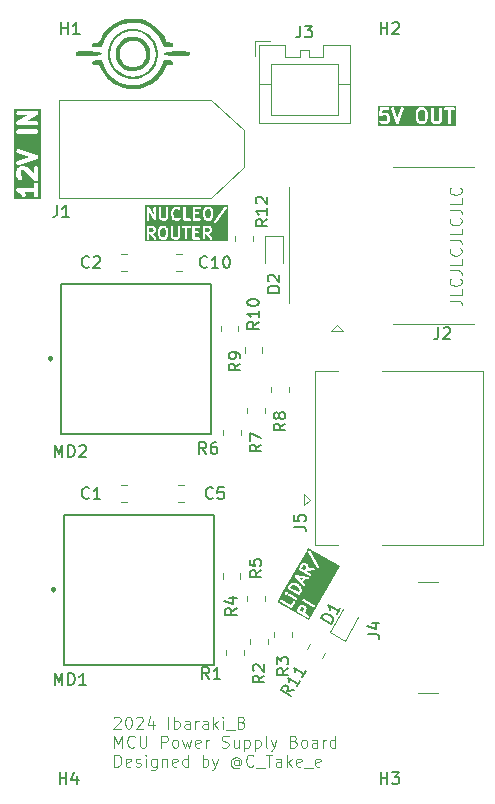
<source format=gbr>
%TF.GenerationSoftware,KiCad,Pcbnew,8.0.3*%
%TF.CreationDate,2024-06-16T21:04:04+09:00*%
%TF.ProjectId,USB_power,5553425f-706f-4776-9572-2e6b69636164,rev?*%
%TF.SameCoordinates,PX79d7e50PY830c570*%
%TF.FileFunction,Legend,Top*%
%TF.FilePolarity,Positive*%
%FSLAX46Y46*%
G04 Gerber Fmt 4.6, Leading zero omitted, Abs format (unit mm)*
G04 Created by KiCad (PCBNEW 8.0.3) date 2024-06-16 21:04:04*
%MOMM*%
%LPD*%
G01*
G04 APERTURE LIST*
%ADD10C,0.240000*%
%ADD11C,0.200000*%
%ADD12C,0.125000*%
%ADD13C,0.375000*%
%ADD14C,0.100000*%
%ADD15C,0.150000*%
%ADD16C,0.000000*%
%ADD17C,0.120000*%
%ADD18C,0.250000*%
G04 APERTURE END LIST*
D10*
G36*
X37560161Y57335343D02*
G01*
X37639831Y57257635D01*
X37685735Y57080726D01*
X37687751Y56710572D01*
X37642468Y56522333D01*
X37567537Y56445510D01*
X37494497Y56407587D01*
X37322500Y56406013D01*
X37251230Y56440299D01*
X37171562Y56518005D01*
X37125658Y56694915D01*
X37123642Y57065070D01*
X37168925Y57253307D01*
X37243856Y57330130D01*
X37316897Y57368054D01*
X37488894Y57369628D01*
X37560161Y57335343D01*
G37*
G36*
X40342439Y56034487D02*
G01*
X33667211Y56034487D01*
X33667211Y56904807D01*
X33800544Y56904807D01*
X33802289Y56899024D01*
X33802289Y56892980D01*
X33809001Y56876776D01*
X33814068Y56859982D01*
X33817894Y56855305D01*
X33820207Y56849723D01*
X33832610Y56837320D01*
X33843718Y56823744D01*
X33849042Y56820888D01*
X33853315Y56816615D01*
X33869521Y56809902D01*
X33884977Y56801611D01*
X33890988Y56801010D01*
X33896572Y56798697D01*
X33914117Y56798697D01*
X33931567Y56796952D01*
X33937351Y56798697D01*
X33943394Y56798697D01*
X33959598Y56805410D01*
X33976392Y56810476D01*
X33981069Y56814303D01*
X33986651Y56816615D01*
X34004836Y56831538D01*
X34045113Y56873640D01*
X34116813Y56910867D01*
X34345848Y56912576D01*
X34417728Y56877996D01*
X34448659Y56848403D01*
X34485886Y56776704D01*
X34487595Y56547668D01*
X34453015Y56475788D01*
X34423425Y56444858D01*
X34351723Y56407631D01*
X34122689Y56405922D01*
X34050808Y56440502D01*
X33986651Y56501881D01*
X33943394Y56519799D01*
X33896572Y56519799D01*
X33853315Y56501881D01*
X33820207Y56468773D01*
X33802289Y56425516D01*
X33802289Y56378694D01*
X33820207Y56335437D01*
X33835130Y56317252D01*
X33895251Y56259734D01*
X33903553Y56250162D01*
X33908534Y56247027D01*
X33910458Y56245186D01*
X33913381Y56243976D01*
X33923461Y56237630D01*
X34023083Y56189705D01*
X34024744Y56188044D01*
X34037637Y56182704D01*
X34059718Y56172081D01*
X34064018Y56171776D01*
X34068001Y56170126D01*
X34091412Y56167820D01*
X34358958Y56169816D01*
X34362117Y56168763D01*
X34379045Y56169966D01*
X34400537Y56170126D01*
X34404519Y56171776D01*
X34408820Y56172081D01*
X34430791Y56180488D01*
X34544829Y56239698D01*
X34558081Y56245186D01*
X34562696Y56248974D01*
X34564985Y56250162D01*
X34567060Y56252556D01*
X34576266Y56260110D01*
X34633781Y56320230D01*
X34643353Y56328531D01*
X34646488Y56333513D01*
X34648331Y56335438D01*
X34649543Y56338365D01*
X34655885Y56348439D01*
X34703811Y56448062D01*
X34705473Y56449723D01*
X34710812Y56462615D01*
X34721436Y56484696D01*
X34721741Y56488999D01*
X34723391Y56492980D01*
X34725697Y56516391D01*
X34723701Y56783938D01*
X34724754Y56787096D01*
X34723551Y56804025D01*
X34723391Y56825516D01*
X34721741Y56829498D01*
X34721436Y56833800D01*
X34713028Y56855770D01*
X34653821Y56969804D01*
X34648331Y56983058D01*
X34644541Y56987676D01*
X34643353Y56989965D01*
X34640959Y56992041D01*
X34633408Y57001243D01*
X34573284Y57058765D01*
X34564986Y57068333D01*
X34560007Y57071468D01*
X34558081Y57073310D01*
X34555153Y57074523D01*
X34545078Y57080865D01*
X34445456Y57128791D01*
X34443794Y57130453D01*
X34430890Y57135799D01*
X34408821Y57146415D01*
X34404521Y57146721D01*
X34400537Y57148371D01*
X34377126Y57150677D01*
X34109579Y57148682D01*
X34106421Y57149734D01*
X34089492Y57148532D01*
X34068001Y57148371D01*
X34064019Y57146722D01*
X34062661Y57146626D01*
X34083958Y57368235D01*
X34571965Y57370126D01*
X34615222Y57388044D01*
X34648330Y57421152D01*
X34666248Y57464409D01*
X34666248Y57472812D01*
X34829496Y57472812D01*
X34834712Y57449873D01*
X35232227Y56264404D01*
X35232816Y56256125D01*
X35239458Y56242841D01*
X35244303Y56228392D01*
X35249920Y56221915D01*
X35253755Y56214246D01*
X35265121Y56204388D01*
X35274980Y56193021D01*
X35282648Y56189187D01*
X35289126Y56183569D01*
X35303402Y56178810D01*
X35316859Y56172082D01*
X35325409Y56171475D01*
X35333546Y56168762D01*
X35348558Y56169830D01*
X35363562Y56168763D01*
X35371695Y56171474D01*
X35380249Y56172082D01*
X35393707Y56178811D01*
X35407982Y56183569D01*
X35414458Y56189187D01*
X35422128Y56193021D01*
X35431988Y56204391D01*
X35443353Y56214247D01*
X35447186Y56221914D01*
X35452805Y56228392D01*
X35462396Y56249873D01*
X35740047Y57087820D01*
X36885697Y57087820D01*
X36887834Y56695395D01*
X36885839Y56681987D01*
X36887986Y56667465D01*
X36888003Y56664409D01*
X36888679Y56662776D01*
X36889280Y56658716D01*
X36945146Y56443416D01*
X36945146Y56435837D01*
X36950410Y56423129D01*
X36954338Y56407991D01*
X36959650Y56400822D01*
X36963064Y56392580D01*
X36977987Y56374395D01*
X37093654Y56261576D01*
X37103553Y56250163D01*
X37108635Y56246964D01*
X37110458Y56245186D01*
X37113386Y56243974D01*
X37123461Y56237631D01*
X37223080Y56189707D01*
X37224743Y56188044D01*
X37237646Y56182699D01*
X37259716Y56172082D01*
X37264015Y56171777D01*
X37268000Y56170126D01*
X37291411Y56167820D01*
X37502020Y56169748D01*
X37504974Y56168763D01*
X37521315Y56169924D01*
X37543394Y56170126D01*
X37547375Y56171776D01*
X37551678Y56172081D01*
X37573648Y56180489D01*
X37687678Y56239695D01*
X37700936Y56245186D01*
X37705553Y56248976D01*
X37707841Y56250163D01*
X37709915Y56252555D01*
X37719121Y56260109D01*
X37823120Y56366735D01*
X37829182Y56370371D01*
X37837127Y56381095D01*
X37848330Y56392580D01*
X37851743Y56400822D01*
X37857056Y56407991D01*
X37864971Y56430144D01*
X37918466Y56652521D01*
X37923391Y56664409D01*
X37924822Y56678943D01*
X37925555Y56681987D01*
X37925294Y56683736D01*
X37925697Y56687820D01*
X37923559Y57080246D01*
X37925555Y57093653D01*
X37923407Y57108176D01*
X37923391Y57111231D01*
X37922714Y57112865D01*
X37922114Y57116924D01*
X37866248Y57332224D01*
X37866248Y57339802D01*
X37860983Y57352511D01*
X37857056Y57367648D01*
X37851743Y57374818D01*
X37848330Y57383059D01*
X37833407Y57401244D01*
X37744645Y57487820D01*
X38199983Y57487820D01*
X38202191Y56535195D01*
X38200926Y56531399D01*
X38202242Y56512869D01*
X38202289Y56492980D01*
X38203939Y56488996D01*
X38204245Y56484696D01*
X38212652Y56462725D01*
X38271860Y56348690D01*
X38277350Y56335437D01*
X38281138Y56330821D01*
X38282327Y56328531D01*
X38284721Y56326455D01*
X38292273Y56317252D01*
X38352396Y56259732D01*
X38360696Y56250163D01*
X38365674Y56247030D01*
X38367601Y56245186D01*
X38370528Y56243974D01*
X38380604Y56237631D01*
X38480223Y56189707D01*
X38481886Y56188044D01*
X38494789Y56182699D01*
X38516859Y56172082D01*
X38521158Y56171777D01*
X38525143Y56170126D01*
X38548554Y56167820D01*
X38759163Y56169748D01*
X38762117Y56168763D01*
X38778458Y56169924D01*
X38800537Y56170126D01*
X38804518Y56171776D01*
X38808821Y56172081D01*
X38830791Y56180489D01*
X38944821Y56239695D01*
X38958079Y56245186D01*
X38962696Y56248976D01*
X38964984Y56250163D01*
X38967058Y56252555D01*
X38976264Y56260109D01*
X39033780Y56320229D01*
X39043353Y56328531D01*
X39046488Y56333513D01*
X39048330Y56335437D01*
X39049541Y56338362D01*
X39055885Y56348439D01*
X39103811Y56448062D01*
X39105473Y56449723D01*
X39110812Y56462615D01*
X39121436Y56484696D01*
X39121741Y56488999D01*
X39123391Y56492980D01*
X39125697Y56516391D01*
X39123391Y57511231D01*
X39288003Y57511231D01*
X39288003Y57464409D01*
X39305921Y57421152D01*
X39339029Y57388044D01*
X39382286Y57370126D01*
X39405697Y57367820D01*
X39628778Y57368546D01*
X39630860Y56264409D01*
X39648778Y56221152D01*
X39681886Y56188044D01*
X39725143Y56170126D01*
X39771965Y56170126D01*
X39815222Y56188044D01*
X39848330Y56221152D01*
X39866248Y56264409D01*
X39868554Y56287820D01*
X39866515Y57369319D01*
X40114823Y57370126D01*
X40158080Y57388044D01*
X40191188Y57421152D01*
X40209106Y57464409D01*
X40209106Y57511231D01*
X40191188Y57554488D01*
X40158080Y57587596D01*
X40114823Y57605514D01*
X40091412Y57607820D01*
X39382286Y57605514D01*
X39339029Y57587596D01*
X39305921Y57554488D01*
X39288003Y57511231D01*
X39123391Y57511231D01*
X39105473Y57554488D01*
X39072365Y57587596D01*
X39029108Y57605514D01*
X38982286Y57605514D01*
X38939029Y57587596D01*
X38905921Y57554488D01*
X38888003Y57511231D01*
X38885697Y57487820D01*
X38887874Y56548250D01*
X38853016Y56475790D01*
X38823423Y56444857D01*
X38751640Y56407587D01*
X38579643Y56406013D01*
X38507951Y56440502D01*
X38477019Y56470094D01*
X38439924Y56541540D01*
X38437677Y57511231D01*
X38419759Y57554488D01*
X38386651Y57587596D01*
X38343394Y57605514D01*
X38296572Y57605514D01*
X38253315Y57587596D01*
X38220207Y57554488D01*
X38202289Y57511231D01*
X38199983Y57487820D01*
X37744645Y57487820D01*
X37717742Y57514061D01*
X37707842Y57525476D01*
X37702756Y57528678D01*
X37700936Y57530453D01*
X37698010Y57531665D01*
X37687934Y57538008D01*
X37588313Y57585934D01*
X37586651Y57587596D01*
X37573745Y57592942D01*
X37551678Y57603558D01*
X37547378Y57603864D01*
X37543394Y57605514D01*
X37519983Y57607820D01*
X37309372Y57605893D01*
X37306419Y57606877D01*
X37290083Y57605717D01*
X37268000Y57605514D01*
X37264015Y57603864D01*
X37259716Y57603558D01*
X37237745Y57595151D01*
X37123709Y57535943D01*
X37110458Y57530453D01*
X37105841Y57526665D01*
X37103552Y57525476D01*
X37101475Y57523082D01*
X37092273Y57515530D01*
X36988272Y57408904D01*
X36982213Y57405268D01*
X36974269Y57394548D01*
X36963064Y57383059D01*
X36959650Y57374818D01*
X36954338Y57367648D01*
X36946423Y57345496D01*
X36892927Y57123120D01*
X36888003Y57111231D01*
X36886571Y57096698D01*
X36885839Y57093653D01*
X36886099Y57091905D01*
X36885697Y57087820D01*
X35740047Y57087820D01*
X35867612Y57472811D01*
X35864292Y57519515D01*
X35843353Y57561393D01*
X35807982Y57592071D01*
X35763562Y57606877D01*
X35716859Y57603558D01*
X35674980Y57582619D01*
X35644303Y57547248D01*
X35634712Y57525767D01*
X35349074Y56663715D01*
X35052805Y57547248D01*
X35022128Y57582619D01*
X34980249Y57603558D01*
X34933546Y57606878D01*
X34889126Y57592071D01*
X34853755Y57561394D01*
X34832816Y57519515D01*
X34829496Y57472812D01*
X34666248Y57472812D01*
X34666248Y57511231D01*
X34648330Y57554488D01*
X34615222Y57587596D01*
X34571965Y57605514D01*
X34548554Y57607820D01*
X33981899Y57605624D01*
X33965542Y57607259D01*
X33959836Y57605538D01*
X33953715Y57605514D01*
X33937510Y57598802D01*
X33920717Y57593735D01*
X33916039Y57589909D01*
X33910458Y57587596D01*
X33898054Y57575193D01*
X33884479Y57564085D01*
X33881622Y57558761D01*
X33877350Y57554488D01*
X33870636Y57538282D01*
X33862346Y57522826D01*
X33860574Y57513990D01*
X33859432Y57511231D01*
X33859432Y57508291D01*
X33857722Y57499760D01*
X33804396Y56944889D01*
X33802289Y56939802D01*
X33802289Y56922965D01*
X33800544Y56904807D01*
X33667211Y56904807D01*
X33667211Y57741153D01*
X40342439Y57741153D01*
X40342439Y56034487D01*
G37*
D11*
G36*
X27314626Y15280594D02*
G01*
X27398197Y15233653D01*
X27435411Y15179117D01*
X27445403Y15144874D01*
X27442400Y15077741D01*
X27312996Y14851102D01*
X27030682Y15013388D01*
X27157786Y15235998D01*
X27212921Y15273620D01*
X27247164Y15283612D01*
X27314626Y15280594D01*
G37*
G36*
X26589240Y17133594D02*
G01*
X26756097Y17087466D01*
X26859692Y17029279D01*
X26984437Y16910790D01*
X27031139Y16842349D01*
X27057247Y16749555D01*
X27036567Y16642348D01*
X26974164Y16532377D01*
X26279060Y16931951D01*
X26337846Y17035550D01*
X26421735Y17111647D01*
X26512022Y17137049D01*
X26589240Y17133594D01*
G37*
G36*
X27321972Y17707227D02*
G01*
X27221995Y17532499D01*
X27010242Y17770437D01*
X27321972Y17707227D01*
G37*
G36*
X27491803Y18807360D02*
G01*
X27575375Y18760418D01*
X27612587Y18705884D01*
X27622579Y18671640D01*
X27619576Y18604507D01*
X27559947Y18500072D01*
X27557527Y18497188D01*
X27556571Y18494160D01*
X27490172Y18377869D01*
X27207858Y18540154D01*
X27334962Y18762764D01*
X27390095Y18800385D01*
X27424343Y18810378D01*
X27491803Y18807360D01*
G37*
G36*
X30476654Y18762660D02*
G01*
X27836971Y14190596D01*
X26484442Y14971479D01*
X26795551Y14971479D01*
X26805650Y14933790D01*
X26829402Y14902835D01*
X26845337Y14891416D01*
X27729218Y14383325D01*
X27767903Y14378233D01*
X27805591Y14388332D01*
X27836547Y14412084D01*
X27856056Y14445875D01*
X27861148Y14484559D01*
X27851050Y14522248D01*
X27827297Y14553203D01*
X27811362Y14564621D01*
X27484803Y14752341D01*
X27616824Y14983560D01*
X27619115Y14985591D01*
X27625612Y14998952D01*
X27634139Y15013884D01*
X27634608Y15017447D01*
X27636180Y15020679D01*
X27639266Y15040038D01*
X27644051Y15147010D01*
X27645611Y15158857D01*
X27644800Y15163765D01*
X27644897Y15165915D01*
X27644033Y15168415D01*
X27642418Y15178198D01*
X27622996Y15244760D01*
X27620993Y15255127D01*
X27618705Y15259463D01*
X27618084Y15261594D01*
X27616476Y15263690D01*
X27611847Y15272465D01*
X27559920Y15348561D01*
X27559414Y15350452D01*
X27552329Y15359686D01*
X27540824Y15376546D01*
X27537849Y15378558D01*
X27535662Y15381408D01*
X27519727Y15392826D01*
X27407982Y15455592D01*
X27406448Y15457322D01*
X27394923Y15462927D01*
X27378154Y15472346D01*
X27374591Y15472816D01*
X27371359Y15474387D01*
X27352000Y15477473D01*
X27245026Y15482260D01*
X27233179Y15483819D01*
X27228272Y15483009D01*
X27226123Y15483105D01*
X27223622Y15482241D01*
X27213838Y15480625D01*
X27147286Y15461206D01*
X27136912Y15459201D01*
X27132572Y15456912D01*
X27130442Y15456290D01*
X27128348Y15454684D01*
X27119573Y15450054D01*
X27043475Y15398128D01*
X27041584Y15397621D01*
X27032356Y15390541D01*
X27015492Y15379033D01*
X27013479Y15376056D01*
X27010629Y15373869D01*
X26999211Y15357934D01*
X26800644Y15010163D01*
X26795551Y14971479D01*
X26484442Y14971479D01*
X25171463Y15729528D01*
X25198554Y15776451D01*
X25401299Y15776451D01*
X25411398Y15738762D01*
X25435150Y15707807D01*
X25451085Y15696388D01*
X26334966Y15188297D01*
X26369150Y15183798D01*
X26373650Y15183205D01*
X26373650Y15183206D01*
X26373651Y15183205D01*
X26411339Y15193304D01*
X26442295Y15217056D01*
X26442299Y15217064D01*
X26453713Y15232991D01*
X26699898Y15663240D01*
X26704991Y15701924D01*
X26694892Y15739613D01*
X26671140Y15770568D01*
X26637349Y15790077D01*
X26598665Y15795170D01*
X26560976Y15785071D01*
X26530020Y15761318D01*
X26518602Y15745384D01*
X26331677Y15418703D01*
X25603125Y15837505D01*
X27295551Y15837505D01*
X27305650Y15799816D01*
X27329402Y15768861D01*
X27345337Y15757442D01*
X28229218Y15249351D01*
X28267903Y15244259D01*
X28305591Y15254358D01*
X28336547Y15278110D01*
X28356056Y15311901D01*
X28361148Y15350585D01*
X28351050Y15388274D01*
X28327297Y15419229D01*
X28311362Y15430647D01*
X27427481Y15938738D01*
X27388797Y15943831D01*
X27351108Y15933732D01*
X27320153Y15909980D01*
X27300644Y15876189D01*
X27295551Y15837505D01*
X25603125Y15837505D01*
X25533229Y15877684D01*
X25494545Y15882777D01*
X25456856Y15872678D01*
X25425901Y15848926D01*
X25406392Y15815135D01*
X25401299Y15776451D01*
X25198554Y15776451D01*
X25507091Y16310853D01*
X26094736Y16310853D01*
X26104835Y16273164D01*
X26128587Y16242209D01*
X26144522Y16230790D01*
X26739728Y15889367D01*
X26778412Y15884274D01*
X26816101Y15894373D01*
X26847056Y15918125D01*
X26866565Y15951916D01*
X26871658Y15990600D01*
X26861559Y16028289D01*
X26837807Y16059245D01*
X26821872Y16070663D01*
X26226666Y16412086D01*
X26187982Y16417179D01*
X26150293Y16407080D01*
X26119338Y16383328D01*
X26099829Y16349537D01*
X26094736Y16310853D01*
X25507091Y16310853D01*
X25603317Y16477521D01*
X25806061Y16477521D01*
X25809254Y16458179D01*
X25833581Y16374807D01*
X25833588Y16374782D01*
X25843967Y16361257D01*
X25857340Y16343828D01*
X25866395Y16338600D01*
X25891132Y16324318D01*
X25920814Y16320411D01*
X25929815Y16319225D01*
X25929815Y16319226D01*
X25929817Y16319225D01*
X25949158Y16322418D01*
X26032554Y16346753D01*
X26036182Y16349537D01*
X26055432Y16364308D01*
X26063510Y16370506D01*
X26083019Y16404296D01*
X26087134Y16435556D01*
X26088112Y16442982D01*
X26088108Y16442994D01*
X26084918Y16462323D01*
X26060583Y16545719D01*
X26060583Y16545720D01*
X26036829Y16576674D01*
X26003039Y16596183D01*
X25964354Y16601276D01*
X25945013Y16598082D01*
X25861636Y16573753D01*
X25861619Y16573748D01*
X25861618Y16573748D01*
X25861617Y16573747D01*
X25853377Y16567424D01*
X25842716Y16559243D01*
X25830663Y16549995D01*
X25822714Y16536227D01*
X25811154Y16516205D01*
X25806061Y16477521D01*
X25603317Y16477521D01*
X25841410Y16889911D01*
X26044156Y16889911D01*
X26054255Y16852223D01*
X26078007Y16821267D01*
X26078014Y16821263D01*
X26093942Y16809849D01*
X26977823Y16301758D01*
X27012007Y16297259D01*
X27016507Y16296666D01*
X27016507Y16296667D01*
X27016508Y16296666D01*
X27054196Y16306765D01*
X27085152Y16330517D01*
X27085156Y16330525D01*
X27096570Y16346452D01*
X27213436Y16552404D01*
X27221192Y16563873D01*
X27222686Y16568706D01*
X27223708Y16570505D01*
X27224052Y16573120D01*
X27226985Y16582601D01*
X27252713Y16715984D01*
X27253897Y16718033D01*
X27255591Y16730903D01*
X27259203Y16749626D01*
X27258521Y16753156D01*
X27258990Y16756717D01*
X27255796Y16776059D01*
X27219327Y16905682D01*
X27216941Y16918034D01*
X27214607Y16922459D01*
X27214032Y16924503D01*
X27212422Y16926601D01*
X27207795Y16935373D01*
X27151330Y17018121D01*
X27147876Y17026080D01*
X27137818Y17037923D01*
X27136774Y17039453D01*
X27136173Y17039859D01*
X27135186Y17041022D01*
X26996992Y17172285D01*
X26990463Y17180795D01*
X26980570Y17187884D01*
X26978679Y17189680D01*
X26977307Y17190222D01*
X26974528Y17192213D01*
X26854573Y17259590D01*
X26846542Y17265969D01*
X26835285Y17270423D01*
X26832954Y17271732D01*
X26831487Y17271926D01*
X26828313Y17273181D01*
X26646009Y17323581D01*
X26637393Y17327771D01*
X26621944Y17330234D01*
X26620261Y17330699D01*
X26619541Y17330617D01*
X26618034Y17330857D01*
X26511061Y17335644D01*
X26499214Y17337203D01*
X26494307Y17336393D01*
X26492158Y17336489D01*
X26489658Y17335626D01*
X26479872Y17334009D01*
X26364300Y17301494D01*
X26362059Y17301628D01*
X26350151Y17297513D01*
X26331428Y17292245D01*
X26328575Y17290057D01*
X26325181Y17288883D01*
X26309310Y17277377D01*
X26198007Y17176413D01*
X26187804Y17168583D01*
X26184883Y17164508D01*
X26183320Y17163089D01*
X26182163Y17160712D01*
X26176386Y17152648D01*
X26049248Y16928596D01*
X26044156Y16889911D01*
X25841410Y16889911D01*
X26440742Y17927985D01*
X26639181Y17927985D01*
X26640536Y17920967D01*
X26640109Y17913837D01*
X26644204Y17901987D01*
X26646583Y17889675D01*
X26650518Y17883715D01*
X26652853Y17876959D01*
X26664360Y17861088D01*
X27167892Y17295291D01*
X27172787Y17288912D01*
X27174396Y17287984D01*
X27378099Y17059091D01*
X27413188Y17042027D01*
X27452136Y17039689D01*
X27489014Y17052433D01*
X27518207Y17078321D01*
X27535271Y17113410D01*
X27537609Y17152358D01*
X27524865Y17189236D01*
X27513358Y17205107D01*
X27360951Y17376360D01*
X27526536Y17665747D01*
X27771322Y17616111D01*
X27809632Y17623513D01*
X27842193Y17645011D01*
X27864049Y17677334D01*
X27871871Y17715560D01*
X27864469Y17753870D01*
X27842971Y17786431D01*
X27810648Y17808286D01*
X27791921Y17814080D01*
X26770746Y18021145D01*
X26764530Y18024168D01*
X26752181Y18024910D01*
X26739730Y18027434D01*
X26732711Y18026079D01*
X26725582Y18026506D01*
X26713731Y18022411D01*
X26701420Y18020032D01*
X26695459Y18016097D01*
X26688704Y18013762D01*
X26679318Y18005440D01*
X26668859Y17998533D01*
X26664857Y17992616D01*
X26659511Y17987874D01*
X26654029Y17976603D01*
X26647003Y17966211D01*
X26645569Y17959207D01*
X26642447Y17952785D01*
X26641696Y17940277D01*
X26639181Y17927985D01*
X26440742Y17927985D01*
X26769982Y18498245D01*
X26972727Y18498245D01*
X26982826Y18460556D01*
X27006578Y18429601D01*
X27022513Y18418182D01*
X27906395Y17910091D01*
X27945080Y17904999D01*
X27982768Y17915097D01*
X28013724Y17938850D01*
X28033233Y17972641D01*
X28038325Y18011325D01*
X28028227Y18049014D01*
X28004474Y18079969D01*
X27988539Y18091387D01*
X27661979Y18279107D01*
X27704779Y18354065D01*
X28252223Y18403648D01*
X28286835Y18421660D01*
X28311919Y18451546D01*
X28323658Y18488757D01*
X28320263Y18527627D01*
X28302250Y18562238D01*
X28272364Y18587323D01*
X28235154Y18599062D01*
X28215551Y18599278D01*
X27815847Y18563076D01*
X27816442Y18566804D01*
X27821227Y18673776D01*
X27822787Y18685623D01*
X27821976Y18690531D01*
X27822073Y18692681D01*
X27821209Y18695181D01*
X27819594Y18704964D01*
X27800170Y18771530D01*
X27798169Y18781892D01*
X27795882Y18786227D01*
X27795260Y18788360D01*
X27793651Y18790457D01*
X27789023Y18799231D01*
X27737096Y18875329D01*
X27736590Y18877219D01*
X27729510Y18886445D01*
X27718002Y18903311D01*
X27715024Y18905324D01*
X27712838Y18908174D01*
X27696903Y18919593D01*
X27585158Y18982358D01*
X27583624Y18984088D01*
X27572094Y18989696D01*
X27555329Y18999112D01*
X27551767Y18999581D01*
X27548535Y19001153D01*
X27529176Y19004239D01*
X27422204Y19009026D01*
X27410357Y19010585D01*
X27405449Y19009775D01*
X27403300Y19009871D01*
X27400802Y19009008D01*
X27391015Y19007392D01*
X27324455Y18987970D01*
X27314088Y18985967D01*
X27309751Y18983680D01*
X27307619Y18983057D01*
X27305523Y18981449D01*
X27296749Y18976820D01*
X27220651Y18924894D01*
X27218760Y18924387D01*
X27209532Y18917307D01*
X27192668Y18905799D01*
X27190655Y18902822D01*
X27187805Y18900635D01*
X27176387Y18884700D01*
X26977820Y18536929D01*
X26972727Y18498245D01*
X26769982Y18498245D01*
X27652124Y20026159D01*
X27789259Y20026159D01*
X27791851Y19987227D01*
X27798776Y19968887D01*
X28494034Y18567086D01*
X28523396Y18541390D01*
X28560357Y18528887D01*
X28599289Y18531479D01*
X28634265Y18548773D01*
X28659961Y18578136D01*
X28672464Y18615096D01*
X28669872Y18654028D01*
X28662947Y18672368D01*
X27967689Y20074169D01*
X27938326Y20099865D01*
X27901366Y20112368D01*
X27862434Y20109776D01*
X27827458Y20092482D01*
X27801762Y20063119D01*
X27789259Y20026159D01*
X27652124Y20026159D01*
X27811145Y20301592D01*
X30476654Y18762660D01*
G37*
G36*
X15632626Y47355198D02*
G01*
X15699016Y47290442D01*
X15737270Y47143017D01*
X15738949Y46834553D01*
X15701214Y46677692D01*
X15638770Y46613672D01*
X15577902Y46582069D01*
X15434573Y46580758D01*
X15375182Y46609330D01*
X15308793Y46674086D01*
X15270539Y46821511D01*
X15268860Y47129974D01*
X15306595Y47286836D01*
X15369038Y47350855D01*
X15429906Y47382458D01*
X15573236Y47383769D01*
X15632626Y47355198D01*
G37*
G36*
X14632977Y47355029D02*
G01*
X14658754Y47330367D01*
X14689871Y47270436D01*
X14691005Y47174589D01*
X14662383Y47115094D01*
X14637725Y47089321D01*
X14578082Y47058353D01*
X14457828Y47057777D01*
X14454118Y47058431D01*
X14451014Y47057744D01*
X14317107Y47057102D01*
X14316494Y47382735D01*
X14572830Y47383965D01*
X14632977Y47355029D01*
G37*
G36*
X19394882Y47355029D02*
G01*
X19420659Y47330367D01*
X19451776Y47270436D01*
X19452910Y47174589D01*
X19424288Y47115094D01*
X19399630Y47089321D01*
X19339987Y47058353D01*
X19219733Y47057777D01*
X19216023Y47058431D01*
X19212919Y47057744D01*
X19079012Y47057102D01*
X19078399Y47382735D01*
X19334735Y47383965D01*
X19394882Y47355029D01*
G37*
G36*
X19442150Y48965142D02*
G01*
X19508540Y48900386D01*
X19546794Y48752961D01*
X19548473Y48444497D01*
X19510738Y48287636D01*
X19448294Y48223616D01*
X19387426Y48192013D01*
X19244097Y48190702D01*
X19184706Y48219274D01*
X19118317Y48284030D01*
X19080063Y48431455D01*
X19078384Y48739918D01*
X19116119Y48896780D01*
X19178562Y48960799D01*
X19239430Y48992402D01*
X19382760Y48993713D01*
X19442150Y48965142D01*
G37*
G36*
X21000730Y46271152D02*
G01*
X14007080Y46271152D01*
X14007080Y47482263D01*
X14118191Y47482263D01*
X14120112Y46462754D01*
X14135044Y46426706D01*
X14162634Y46399116D01*
X14198682Y46384184D01*
X14237700Y46384184D01*
X14273748Y46399116D01*
X14301338Y46426706D01*
X14316270Y46462754D01*
X14318191Y46482263D01*
X14317481Y46858931D01*
X14403796Y46859345D01*
X14720457Y46410036D01*
X14753362Y46389067D01*
X14791787Y46382286D01*
X14829881Y46390726D01*
X14861846Y46413101D01*
X14882815Y46446006D01*
X14889596Y46484430D01*
X14881156Y46522525D01*
X14871542Y46539609D01*
X14640339Y46867663D01*
X14643864Y46869011D01*
X14738893Y46918352D01*
X14749938Y46922926D01*
X14753784Y46926083D01*
X14755692Y46927073D01*
X14757421Y46929068D01*
X14765092Y46935362D01*
X14813025Y46985465D01*
X14821000Y46992380D01*
X14823611Y46996530D01*
X14825147Y46998134D01*
X14826157Y47000575D01*
X14831443Y47008971D01*
X14871381Y47091989D01*
X14872766Y47093373D01*
X14877218Y47104123D01*
X14886068Y47122517D01*
X14886322Y47126101D01*
X14887698Y47129421D01*
X14889619Y47148930D01*
X15070572Y47148930D01*
X15072352Y46821908D01*
X15070690Y46810736D01*
X15072479Y46798639D01*
X15072493Y46796088D01*
X15073057Y46794725D01*
X15073558Y46791343D01*
X15120112Y46611928D01*
X15120112Y46605612D01*
X15124499Y46595020D01*
X15127772Y46582407D01*
X15132197Y46576435D01*
X15135043Y46569564D01*
X15147480Y46554411D01*
X15243868Y46460394D01*
X15252117Y46450882D01*
X15256352Y46448216D01*
X15257871Y46446735D01*
X15260311Y46445725D01*
X15268708Y46440439D01*
X15351725Y46400501D01*
X15353110Y46399116D01*
X15363859Y46394664D01*
X15382254Y46385814D01*
X15385837Y46385560D01*
X15389158Y46384184D01*
X15408667Y46382263D01*
X15584174Y46383869D01*
X15586636Y46383048D01*
X15600251Y46384016D01*
X15618652Y46384184D01*
X15621972Y46385560D01*
X15625556Y46385814D01*
X15643864Y46392820D01*
X15738892Y46442160D01*
X15749939Y46446735D01*
X15753785Y46449893D01*
X15755692Y46450882D01*
X15757422Y46452877D01*
X15765092Y46459172D01*
X15851761Y46548029D01*
X15856809Y46551057D01*
X15863425Y46559988D01*
X15872767Y46569564D01*
X15875612Y46576435D01*
X15880038Y46582407D01*
X15886633Y46600867D01*
X15931212Y46786180D01*
X15935317Y46796088D01*
X15936509Y46808198D01*
X15937120Y46810736D01*
X15936902Y46812195D01*
X15937238Y46815597D01*
X15935457Y47142620D01*
X15937120Y47153791D01*
X15935330Y47165889D01*
X15935317Y47168439D01*
X15934752Y47169803D01*
X15934252Y47173184D01*
X15887698Y47352600D01*
X15887698Y47358915D01*
X15883311Y47369506D01*
X15880038Y47382120D01*
X15875611Y47388095D01*
X15872766Y47394963D01*
X15860330Y47410117D01*
X15786363Y47482263D01*
X16165810Y47482263D01*
X16167649Y46688411D01*
X16166595Y46685247D01*
X16167692Y46669803D01*
X16167731Y46653231D01*
X16169106Y46649911D01*
X16169361Y46646327D01*
X16176367Y46628019D01*
X16225704Y46532995D01*
X16230281Y46521945D01*
X16233439Y46518097D01*
X16234429Y46516191D01*
X16236423Y46514462D01*
X16242718Y46506792D01*
X16292818Y46458859D01*
X16299736Y46450882D01*
X16303885Y46448271D01*
X16305490Y46446735D01*
X16307930Y46445725D01*
X16316327Y46440439D01*
X16399344Y46400501D01*
X16400729Y46399116D01*
X16411478Y46394664D01*
X16429873Y46385814D01*
X16433456Y46385560D01*
X16436777Y46384184D01*
X16456286Y46382263D01*
X16631793Y46383869D01*
X16634255Y46383048D01*
X16647870Y46384016D01*
X16666271Y46384184D01*
X16669591Y46385560D01*
X16673175Y46385814D01*
X16691483Y46392820D01*
X16786511Y46442160D01*
X16797558Y46446735D01*
X16801404Y46449893D01*
X16803311Y46450882D01*
X16805041Y46452877D01*
X16812711Y46459172D01*
X16860644Y46509275D01*
X16868619Y46516190D01*
X16871230Y46520340D01*
X16872767Y46521945D01*
X16873778Y46524387D01*
X16879062Y46532781D01*
X16919000Y46615799D01*
X16920385Y46617183D01*
X16924837Y46627933D01*
X16933687Y46646327D01*
X16933941Y46649911D01*
X16935317Y46653231D01*
X16937238Y46672740D01*
X16935317Y47501772D01*
X17072493Y47501772D01*
X17072493Y47462754D01*
X17087425Y47426706D01*
X17115015Y47399116D01*
X17151063Y47384184D01*
X17170572Y47382263D01*
X17356473Y47382868D01*
X17358207Y46462754D01*
X17373139Y46426706D01*
X17400729Y46399116D01*
X17436777Y46384184D01*
X17475795Y46384184D01*
X17511843Y46399116D01*
X17539433Y46426706D01*
X17554365Y46462754D01*
X17556286Y46482263D01*
X17554587Y47383512D01*
X17761509Y47384184D01*
X17797557Y47399116D01*
X17825147Y47426706D01*
X17840079Y47462754D01*
X17840079Y47482263D01*
X17975334Y47482263D01*
X17977255Y46462754D01*
X17992187Y46426706D01*
X18019777Y46399116D01*
X18055825Y46384184D01*
X18075334Y46382263D01*
X18571033Y46384184D01*
X18607081Y46399116D01*
X18634671Y46426706D01*
X18649603Y46462754D01*
X18649603Y46501772D01*
X18634671Y46537820D01*
X18607081Y46565410D01*
X18571033Y46580342D01*
X18551524Y46582263D01*
X18175148Y46580805D01*
X18174534Y46906614D01*
X18428176Y46907994D01*
X18464224Y46922926D01*
X18491814Y46950516D01*
X18506746Y46986564D01*
X18506746Y47025582D01*
X18491814Y47061630D01*
X18464224Y47089220D01*
X18428176Y47104152D01*
X18408667Y47106073D01*
X18174160Y47104797D01*
X18173637Y47382644D01*
X18571033Y47384184D01*
X18607081Y47399116D01*
X18634671Y47426706D01*
X18649603Y47462754D01*
X18649603Y47482263D01*
X18880096Y47482263D01*
X18882017Y46462754D01*
X18896949Y46426706D01*
X18924539Y46399116D01*
X18960587Y46384184D01*
X18999605Y46384184D01*
X19035653Y46399116D01*
X19063243Y46426706D01*
X19078175Y46462754D01*
X19080096Y46482263D01*
X19079386Y46858931D01*
X19165701Y46859345D01*
X19482362Y46410036D01*
X19515267Y46389067D01*
X19553692Y46382286D01*
X19591786Y46390726D01*
X19623751Y46413101D01*
X19644720Y46446006D01*
X19651501Y46484430D01*
X19643061Y46522525D01*
X19633447Y46539609D01*
X19402244Y46867663D01*
X19405769Y46869011D01*
X19500798Y46918352D01*
X19511843Y46922926D01*
X19515689Y46926083D01*
X19517597Y46927073D01*
X19519326Y46929068D01*
X19526997Y46935362D01*
X19574930Y46985465D01*
X19582905Y46992380D01*
X19585516Y46996530D01*
X19587052Y46998134D01*
X19588062Y47000575D01*
X19593348Y47008971D01*
X19633286Y47091989D01*
X19634671Y47093373D01*
X19639123Y47104123D01*
X19647973Y47122517D01*
X19648227Y47126101D01*
X19649603Y47129421D01*
X19651524Y47148930D01*
X19650007Y47277087D01*
X19650739Y47279280D01*
X19649830Y47292063D01*
X19649603Y47311296D01*
X19648227Y47314617D01*
X19647973Y47318200D01*
X19640967Y47336509D01*
X19591624Y47431543D01*
X19587052Y47442583D01*
X19583896Y47446429D01*
X19582905Y47448337D01*
X19580907Y47450070D01*
X19574615Y47457736D01*
X19524514Y47505668D01*
X19517597Y47513644D01*
X19513447Y47516257D01*
X19511843Y47517791D01*
X19509403Y47518802D01*
X19501007Y47524087D01*
X19417989Y47564026D01*
X19416605Y47565410D01*
X19405855Y47569863D01*
X19387461Y47578712D01*
X19383877Y47578967D01*
X19380557Y47580342D01*
X19361048Y47582263D01*
X18960587Y47580342D01*
X18924539Y47565410D01*
X18896949Y47537820D01*
X18882017Y47501772D01*
X18880096Y47482263D01*
X18649603Y47482263D01*
X18649603Y47501772D01*
X18634671Y47537820D01*
X18607081Y47565410D01*
X18571033Y47580342D01*
X18551524Y47582263D01*
X18055825Y47580342D01*
X18019777Y47565410D01*
X17992187Y47537820D01*
X17977255Y47501772D01*
X17975334Y47482263D01*
X17840079Y47482263D01*
X17840079Y47501772D01*
X17825147Y47537820D01*
X17797557Y47565410D01*
X17761509Y47580342D01*
X17742000Y47582263D01*
X17151063Y47580342D01*
X17115015Y47565410D01*
X17087425Y47537820D01*
X17072493Y47501772D01*
X16935317Y47501772D01*
X16920385Y47537820D01*
X16892795Y47565410D01*
X16856747Y47580342D01*
X16817729Y47580342D01*
X16781681Y47565410D01*
X16754091Y47537820D01*
X16739159Y47501772D01*
X16737238Y47482263D01*
X16739052Y46699288D01*
X16710003Y46638906D01*
X16685341Y46613128D01*
X16625521Y46582069D01*
X16482192Y46580758D01*
X16422449Y46609499D01*
X16396675Y46634158D01*
X16365761Y46693700D01*
X16363889Y47501772D01*
X16348957Y47537820D01*
X16321367Y47565410D01*
X16285319Y47580342D01*
X16246301Y47580342D01*
X16210253Y47565410D01*
X16182663Y47537820D01*
X16167731Y47501772D01*
X16165810Y47482263D01*
X15786363Y47482263D01*
X15763940Y47504134D01*
X15755692Y47513644D01*
X15751455Y47516311D01*
X15749938Y47517791D01*
X15747498Y47518802D01*
X15739102Y47524087D01*
X15656084Y47564026D01*
X15654700Y47565410D01*
X15643950Y47569863D01*
X15625556Y47578712D01*
X15621972Y47578967D01*
X15618652Y47580342D01*
X15599143Y47582263D01*
X15423635Y47580658D01*
X15421174Y47581478D01*
X15407558Y47580511D01*
X15389158Y47580342D01*
X15385837Y47578967D01*
X15382254Y47578712D01*
X15363945Y47571706D01*
X15268911Y47522364D01*
X15257872Y47517791D01*
X15254027Y47514636D01*
X15252117Y47513644D01*
X15250384Y47511647D01*
X15242718Y47505355D01*
X15156050Y47416500D01*
X15151001Y47413470D01*
X15144381Y47404536D01*
X15135044Y47394963D01*
X15132198Y47388095D01*
X15127772Y47382120D01*
X15121177Y47363659D01*
X15076597Y47178349D01*
X15072493Y47168439D01*
X15071300Y47156330D01*
X15070690Y47153791D01*
X15070907Y47152333D01*
X15070572Y47148930D01*
X14889619Y47148930D01*
X14888102Y47277087D01*
X14888834Y47279280D01*
X14887925Y47292063D01*
X14887698Y47311296D01*
X14886322Y47314617D01*
X14886068Y47318200D01*
X14879062Y47336509D01*
X14829719Y47431543D01*
X14825147Y47442583D01*
X14821991Y47446429D01*
X14821000Y47448337D01*
X14819002Y47450070D01*
X14812710Y47457736D01*
X14762609Y47505668D01*
X14755692Y47513644D01*
X14751542Y47516257D01*
X14749938Y47517791D01*
X14747498Y47518802D01*
X14739102Y47524087D01*
X14656084Y47564026D01*
X14654700Y47565410D01*
X14643950Y47569863D01*
X14625556Y47578712D01*
X14621972Y47578967D01*
X14618652Y47580342D01*
X14599143Y47582263D01*
X14198682Y47580342D01*
X14162634Y47565410D01*
X14135044Y47537820D01*
X14120112Y47501772D01*
X14118191Y47482263D01*
X14007080Y47482263D01*
X14007080Y47854007D01*
X19832477Y47854007D01*
X19840129Y47815747D01*
X19861840Y47783327D01*
X19894305Y47761684D01*
X19932582Y47754112D01*
X19970842Y47761764D01*
X20003262Y47783475D01*
X20015682Y47798642D01*
X20882048Y49101654D01*
X20889619Y49139931D01*
X20881967Y49178191D01*
X20860256Y49210611D01*
X20827791Y49232255D01*
X20789515Y49239826D01*
X20751254Y49232174D01*
X20718834Y49210463D01*
X20706414Y49195296D01*
X19840049Y47892284D01*
X19832477Y47854007D01*
X14007080Y47854007D01*
X14007080Y49092207D01*
X14118191Y49092207D01*
X14120112Y48072698D01*
X14135044Y48036650D01*
X14162634Y48009060D01*
X14198682Y47994128D01*
X14237700Y47994128D01*
X14273748Y48009060D01*
X14301338Y48036650D01*
X14316270Y48072698D01*
X14318191Y48092207D01*
X14317010Y48718951D01*
X14701508Y48048633D01*
X14706472Y48036650D01*
X14710951Y48032171D01*
X14714142Y48026608D01*
X14724658Y48018464D01*
X14734062Y48009060D01*
X14739949Y48006622D01*
X14744991Y48002717D01*
X14757823Y47999218D01*
X14770110Y47994128D01*
X14776486Y47994128D01*
X14782635Y47992451D01*
X14795828Y47994128D01*
X14809128Y47994128D01*
X14815016Y47996568D01*
X14821341Y47997371D01*
X14832890Y48003972D01*
X14845176Y48009060D01*
X14849683Y48013568D01*
X14855218Y48016730D01*
X14863362Y48027247D01*
X14872766Y48036650D01*
X14875204Y48042538D01*
X14879109Y48047579D01*
X14882608Y48060412D01*
X14887698Y48072698D01*
X14888680Y48082676D01*
X14889375Y48085222D01*
X14889124Y48087190D01*
X14889619Y48092207D01*
X14887735Y49092207D01*
X15165810Y49092207D01*
X15167649Y48298355D01*
X15166595Y48295191D01*
X15167692Y48279747D01*
X15167731Y48263175D01*
X15169106Y48259855D01*
X15169361Y48256271D01*
X15176367Y48237963D01*
X15225704Y48142939D01*
X15230281Y48131889D01*
X15233439Y48128041D01*
X15234429Y48126135D01*
X15236423Y48124406D01*
X15242718Y48116736D01*
X15292818Y48068803D01*
X15299736Y48060826D01*
X15303885Y48058215D01*
X15305490Y48056679D01*
X15307930Y48055669D01*
X15316327Y48050383D01*
X15399344Y48010445D01*
X15400729Y48009060D01*
X15411478Y48004608D01*
X15429873Y47995758D01*
X15433456Y47995504D01*
X15436777Y47994128D01*
X15456286Y47992207D01*
X15631793Y47993813D01*
X15634255Y47992992D01*
X15647870Y47993960D01*
X15666271Y47994128D01*
X15669591Y47995504D01*
X15673175Y47995758D01*
X15691483Y48002764D01*
X15786511Y48052104D01*
X15797558Y48056679D01*
X15801404Y48059837D01*
X15803311Y48060826D01*
X15805041Y48062821D01*
X15812711Y48069116D01*
X15860644Y48119219D01*
X15868619Y48126134D01*
X15871230Y48130284D01*
X15872767Y48131889D01*
X15873778Y48134331D01*
X15879062Y48142725D01*
X15919000Y48225743D01*
X15920385Y48227127D01*
X15924837Y48237877D01*
X15933687Y48256271D01*
X15933941Y48259855D01*
X15935317Y48263175D01*
X15937238Y48282684D01*
X15936355Y48663636D01*
X16165810Y48663636D01*
X16167437Y48526063D01*
X16165928Y48515918D01*
X16167699Y48503940D01*
X16167731Y48501270D01*
X16168295Y48499907D01*
X16168796Y48496525D01*
X16216300Y48313446D01*
X16216980Y48303890D01*
X16222571Y48289278D01*
X16223010Y48287589D01*
X16223440Y48287009D01*
X16223986Y48285582D01*
X16273322Y48190560D01*
X16277900Y48179508D01*
X16281058Y48175660D01*
X16282048Y48173754D01*
X16284042Y48172025D01*
X16290337Y48164355D01*
X16376282Y48080524D01*
X16377287Y48078514D01*
X16386811Y48070254D01*
X16400728Y48056679D01*
X16404047Y48055304D01*
X16406763Y48052949D01*
X16424663Y48044958D01*
X16567747Y47999052D01*
X16579634Y47994128D01*
X16584626Y47993637D01*
X16586635Y47992992D01*
X16589269Y47993180D01*
X16599143Y47992207D01*
X16695285Y47993817D01*
X16706888Y47992992D01*
X16711724Y47994092D01*
X16713890Y47994128D01*
X16716332Y47995140D01*
X16726004Y47997339D01*
X16854381Y48041748D01*
X16856748Y48041748D01*
X16868740Y48046716D01*
X16886761Y48052949D01*
X16889476Y48055304D01*
X16892796Y48056679D01*
X16907949Y48069116D01*
X16968005Y48131889D01*
X16982936Y48167938D01*
X16982935Y48206956D01*
X16968004Y48243004D01*
X16940413Y48270594D01*
X16904365Y48285525D01*
X16865347Y48285524D01*
X16829299Y48270593D01*
X16814145Y48258156D01*
X16784815Y48227499D01*
X16682204Y48192004D01*
X16618717Y48190941D01*
X16511977Y48225186D01*
X16444838Y48290674D01*
X16409217Y48359281D01*
X16365738Y48526846D01*
X16364332Y48645653D01*
X16404572Y48812926D01*
X16440494Y48887596D01*
X16507801Y48956602D01*
X16611319Y48992411D01*
X16674805Y48993474D01*
X16781986Y48959087D01*
X16829299Y48913822D01*
X16865348Y48898891D01*
X16904366Y48898891D01*
X16940414Y48913822D01*
X16968004Y48941412D01*
X16982935Y48977460D01*
X16982935Y49016478D01*
X16968004Y49052527D01*
X16955567Y49067680D01*
X16929930Y49092207D01*
X17213429Y49092207D01*
X17215350Y48072698D01*
X17230282Y48036650D01*
X17257872Y48009060D01*
X17293920Y47994128D01*
X17313429Y47992207D01*
X17809128Y47994128D01*
X17845176Y48009060D01*
X17872766Y48036650D01*
X17887698Y48072698D01*
X17887698Y48111716D01*
X17872766Y48147764D01*
X17845176Y48175354D01*
X17809128Y48190286D01*
X17789619Y48192207D01*
X17413243Y48190749D01*
X17411545Y49092207D01*
X18022953Y49092207D01*
X18024874Y48072698D01*
X18039806Y48036650D01*
X18067396Y48009060D01*
X18103444Y47994128D01*
X18122953Y47992207D01*
X18618652Y47994128D01*
X18654700Y48009060D01*
X18682290Y48036650D01*
X18697222Y48072698D01*
X18697222Y48111716D01*
X18682290Y48147764D01*
X18654700Y48175354D01*
X18618652Y48190286D01*
X18599143Y48192207D01*
X18222767Y48190749D01*
X18222153Y48516558D01*
X18475795Y48517938D01*
X18511843Y48532870D01*
X18539433Y48560460D01*
X18554365Y48596508D01*
X18554365Y48635526D01*
X18539433Y48671574D01*
X18511843Y48699164D01*
X18475795Y48714096D01*
X18456286Y48716017D01*
X18221779Y48714741D01*
X18221696Y48758874D01*
X18880096Y48758874D01*
X18881876Y48431852D01*
X18880214Y48420680D01*
X18882003Y48408583D01*
X18882017Y48406032D01*
X18882581Y48404669D01*
X18883082Y48401287D01*
X18929636Y48221872D01*
X18929636Y48215556D01*
X18934023Y48204964D01*
X18937296Y48192351D01*
X18941721Y48186379D01*
X18944567Y48179508D01*
X18957004Y48164355D01*
X19053392Y48070338D01*
X19061641Y48060826D01*
X19065876Y48058160D01*
X19067395Y48056679D01*
X19069835Y48055669D01*
X19078232Y48050383D01*
X19161249Y48010445D01*
X19162634Y48009060D01*
X19173383Y48004608D01*
X19191778Y47995758D01*
X19195361Y47995504D01*
X19198682Y47994128D01*
X19218191Y47992207D01*
X19393698Y47993813D01*
X19396160Y47992992D01*
X19409775Y47993960D01*
X19428176Y47994128D01*
X19431496Y47995504D01*
X19435080Y47995758D01*
X19453388Y48002764D01*
X19548416Y48052104D01*
X19559463Y48056679D01*
X19563309Y48059837D01*
X19565216Y48060826D01*
X19566946Y48062821D01*
X19574616Y48069116D01*
X19661285Y48157973D01*
X19666333Y48161001D01*
X19672949Y48169932D01*
X19682291Y48179508D01*
X19685136Y48186379D01*
X19689562Y48192351D01*
X19696157Y48210811D01*
X19740736Y48396124D01*
X19744841Y48406032D01*
X19746033Y48418142D01*
X19746644Y48420680D01*
X19746426Y48422139D01*
X19746762Y48425541D01*
X19744981Y48752564D01*
X19746644Y48763735D01*
X19744854Y48775833D01*
X19744841Y48778383D01*
X19744276Y48779747D01*
X19743776Y48783128D01*
X19697222Y48962544D01*
X19697222Y48968859D01*
X19692835Y48979450D01*
X19689562Y48992064D01*
X19685135Y48998039D01*
X19682290Y49004907D01*
X19669854Y49020061D01*
X19573464Y49114078D01*
X19565216Y49123588D01*
X19560979Y49126255D01*
X19559462Y49127735D01*
X19557022Y49128746D01*
X19548626Y49134031D01*
X19465608Y49173970D01*
X19464224Y49175354D01*
X19453474Y49179807D01*
X19435080Y49188656D01*
X19431496Y49188911D01*
X19428176Y49190286D01*
X19408667Y49192207D01*
X19233159Y49190602D01*
X19230698Y49191422D01*
X19217082Y49190455D01*
X19198682Y49190286D01*
X19195361Y49188911D01*
X19191778Y49188656D01*
X19173469Y49181650D01*
X19078435Y49132308D01*
X19067396Y49127735D01*
X19063551Y49124580D01*
X19061641Y49123588D01*
X19059908Y49121591D01*
X19052242Y49115299D01*
X18965574Y49026444D01*
X18960525Y49023414D01*
X18953905Y49014480D01*
X18944568Y49004907D01*
X18941722Y48998039D01*
X18937296Y48992064D01*
X18930701Y48973603D01*
X18886121Y48788293D01*
X18882017Y48778383D01*
X18880824Y48766274D01*
X18880214Y48763735D01*
X18880431Y48762277D01*
X18880096Y48758874D01*
X18221696Y48758874D01*
X18221256Y48992588D01*
X18618652Y48994128D01*
X18654700Y49009060D01*
X18682290Y49036650D01*
X18697222Y49072698D01*
X18697222Y49111716D01*
X18682290Y49147764D01*
X18654700Y49175354D01*
X18618652Y49190286D01*
X18599143Y49192207D01*
X18103444Y49190286D01*
X18067396Y49175354D01*
X18039806Y49147764D01*
X18024874Y49111716D01*
X18022953Y49092207D01*
X17411545Y49092207D01*
X17411508Y49111716D01*
X17396576Y49147764D01*
X17368986Y49175354D01*
X17332938Y49190286D01*
X17293920Y49190286D01*
X17257872Y49175354D01*
X17230282Y49147764D01*
X17215350Y49111716D01*
X17213429Y49092207D01*
X16929930Y49092207D01*
X16916804Y49104765D01*
X16916237Y49105900D01*
X16909611Y49111647D01*
X16892795Y49127735D01*
X16889476Y49129110D01*
X16886761Y49131465D01*
X16868860Y49139456D01*
X16725780Y49185361D01*
X16713890Y49190286D01*
X16708896Y49190778D01*
X16706888Y49191422D01*
X16704254Y49191235D01*
X16694381Y49192207D01*
X16598237Y49190598D01*
X16586635Y49191422D01*
X16581799Y49190323D01*
X16579634Y49190286D01*
X16577192Y49189275D01*
X16567520Y49187075D01*
X16439146Y49142667D01*
X16436777Y49142667D01*
X16424780Y49137698D01*
X16406763Y49131465D01*
X16404047Y49129110D01*
X16400729Y49127735D01*
X16385575Y49115299D01*
X16291558Y49018910D01*
X16282048Y49010661D01*
X16279381Y49006425D01*
X16277901Y49004907D01*
X16276890Y49002468D01*
X16271605Y48994071D01*
X16228176Y48903800D01*
X16223010Y48896826D01*
X16217782Y48882194D01*
X16216980Y48880525D01*
X16216928Y48879803D01*
X16216415Y48878365D01*
X16171835Y48693055D01*
X16167731Y48683145D01*
X16166538Y48671036D01*
X16165928Y48668497D01*
X16166145Y48667039D01*
X16165810Y48663636D01*
X15936355Y48663636D01*
X15935317Y49111716D01*
X15920385Y49147764D01*
X15892795Y49175354D01*
X15856747Y49190286D01*
X15817729Y49190286D01*
X15781681Y49175354D01*
X15754091Y49147764D01*
X15739159Y49111716D01*
X15737238Y49092207D01*
X15739052Y48309232D01*
X15710003Y48248850D01*
X15685341Y48223072D01*
X15625521Y48192013D01*
X15482192Y48190702D01*
X15422449Y48219443D01*
X15396675Y48244102D01*
X15365761Y48303644D01*
X15363889Y49111716D01*
X15348957Y49147764D01*
X15321367Y49175354D01*
X15285319Y49190286D01*
X15246301Y49190286D01*
X15210253Y49175354D01*
X15182663Y49147764D01*
X15167731Y49111716D01*
X15165810Y49092207D01*
X14887735Y49092207D01*
X14887698Y49111716D01*
X14872766Y49147764D01*
X14845176Y49175354D01*
X14809128Y49190286D01*
X14770110Y49190286D01*
X14734062Y49175354D01*
X14706472Y49147764D01*
X14691540Y49111716D01*
X14689619Y49092207D01*
X14690799Y48465464D01*
X14306301Y49135782D01*
X14301338Y49147764D01*
X14296858Y49152244D01*
X14293668Y49157806D01*
X14283153Y49165949D01*
X14273748Y49175354D01*
X14267857Y49177794D01*
X14262819Y49181696D01*
X14249990Y49185195D01*
X14237700Y49190286D01*
X14231325Y49190286D01*
X14225176Y49191963D01*
X14211983Y49190286D01*
X14198682Y49190286D01*
X14192793Y49187847D01*
X14186469Y49187043D01*
X14174919Y49180443D01*
X14162634Y49175354D01*
X14158126Y49170847D01*
X14152592Y49167684D01*
X14144449Y49157170D01*
X14135044Y49147764D01*
X14132604Y49141874D01*
X14128702Y49136835D01*
X14125203Y49124007D01*
X14120112Y49111716D01*
X14119129Y49101739D01*
X14118435Y49099192D01*
X14118685Y49097225D01*
X14118191Y49092207D01*
X14007080Y49092207D01*
X14007080Y49350937D01*
X21000730Y49350937D01*
X21000730Y46271152D01*
G37*
D12*
X11327230Y5899013D02*
X11374849Y5946632D01*
X11374849Y5946632D02*
X11470087Y5994251D01*
X11470087Y5994251D02*
X11708182Y5994251D01*
X11708182Y5994251D02*
X11803420Y5946632D01*
X11803420Y5946632D02*
X11851039Y5899013D01*
X11851039Y5899013D02*
X11898658Y5803775D01*
X11898658Y5803775D02*
X11898658Y5708537D01*
X11898658Y5708537D02*
X11851039Y5565680D01*
X11851039Y5565680D02*
X11279611Y4994251D01*
X11279611Y4994251D02*
X11898658Y4994251D01*
X12517706Y5994251D02*
X12612944Y5994251D01*
X12612944Y5994251D02*
X12708182Y5946632D01*
X12708182Y5946632D02*
X12755801Y5899013D01*
X12755801Y5899013D02*
X12803420Y5803775D01*
X12803420Y5803775D02*
X12851039Y5613299D01*
X12851039Y5613299D02*
X12851039Y5375204D01*
X12851039Y5375204D02*
X12803420Y5184728D01*
X12803420Y5184728D02*
X12755801Y5089490D01*
X12755801Y5089490D02*
X12708182Y5041870D01*
X12708182Y5041870D02*
X12612944Y4994251D01*
X12612944Y4994251D02*
X12517706Y4994251D01*
X12517706Y4994251D02*
X12422468Y5041870D01*
X12422468Y5041870D02*
X12374849Y5089490D01*
X12374849Y5089490D02*
X12327230Y5184728D01*
X12327230Y5184728D02*
X12279611Y5375204D01*
X12279611Y5375204D02*
X12279611Y5613299D01*
X12279611Y5613299D02*
X12327230Y5803775D01*
X12327230Y5803775D02*
X12374849Y5899013D01*
X12374849Y5899013D02*
X12422468Y5946632D01*
X12422468Y5946632D02*
X12517706Y5994251D01*
X13231992Y5899013D02*
X13279611Y5946632D01*
X13279611Y5946632D02*
X13374849Y5994251D01*
X13374849Y5994251D02*
X13612944Y5994251D01*
X13612944Y5994251D02*
X13708182Y5946632D01*
X13708182Y5946632D02*
X13755801Y5899013D01*
X13755801Y5899013D02*
X13803420Y5803775D01*
X13803420Y5803775D02*
X13803420Y5708537D01*
X13803420Y5708537D02*
X13755801Y5565680D01*
X13755801Y5565680D02*
X13184373Y4994251D01*
X13184373Y4994251D02*
X13803420Y4994251D01*
X14660563Y5660918D02*
X14660563Y4994251D01*
X14422468Y6041870D02*
X14184373Y5327585D01*
X14184373Y5327585D02*
X14803420Y5327585D01*
X15946278Y4994251D02*
X15946278Y5994251D01*
X16422468Y4994251D02*
X16422468Y5994251D01*
X16422468Y5613299D02*
X16517706Y5660918D01*
X16517706Y5660918D02*
X16708182Y5660918D01*
X16708182Y5660918D02*
X16803420Y5613299D01*
X16803420Y5613299D02*
X16851039Y5565680D01*
X16851039Y5565680D02*
X16898658Y5470442D01*
X16898658Y5470442D02*
X16898658Y5184728D01*
X16898658Y5184728D02*
X16851039Y5089490D01*
X16851039Y5089490D02*
X16803420Y5041870D01*
X16803420Y5041870D02*
X16708182Y4994251D01*
X16708182Y4994251D02*
X16517706Y4994251D01*
X16517706Y4994251D02*
X16422468Y5041870D01*
X17755801Y4994251D02*
X17755801Y5518061D01*
X17755801Y5518061D02*
X17708182Y5613299D01*
X17708182Y5613299D02*
X17612944Y5660918D01*
X17612944Y5660918D02*
X17422468Y5660918D01*
X17422468Y5660918D02*
X17327230Y5613299D01*
X17755801Y5041870D02*
X17660563Y4994251D01*
X17660563Y4994251D02*
X17422468Y4994251D01*
X17422468Y4994251D02*
X17327230Y5041870D01*
X17327230Y5041870D02*
X17279611Y5137109D01*
X17279611Y5137109D02*
X17279611Y5232347D01*
X17279611Y5232347D02*
X17327230Y5327585D01*
X17327230Y5327585D02*
X17422468Y5375204D01*
X17422468Y5375204D02*
X17660563Y5375204D01*
X17660563Y5375204D02*
X17755801Y5422823D01*
X18231992Y4994251D02*
X18231992Y5660918D01*
X18231992Y5470442D02*
X18279611Y5565680D01*
X18279611Y5565680D02*
X18327230Y5613299D01*
X18327230Y5613299D02*
X18422468Y5660918D01*
X18422468Y5660918D02*
X18517706Y5660918D01*
X19279611Y4994251D02*
X19279611Y5518061D01*
X19279611Y5518061D02*
X19231992Y5613299D01*
X19231992Y5613299D02*
X19136754Y5660918D01*
X19136754Y5660918D02*
X18946278Y5660918D01*
X18946278Y5660918D02*
X18851040Y5613299D01*
X19279611Y5041870D02*
X19184373Y4994251D01*
X19184373Y4994251D02*
X18946278Y4994251D01*
X18946278Y4994251D02*
X18851040Y5041870D01*
X18851040Y5041870D02*
X18803421Y5137109D01*
X18803421Y5137109D02*
X18803421Y5232347D01*
X18803421Y5232347D02*
X18851040Y5327585D01*
X18851040Y5327585D02*
X18946278Y5375204D01*
X18946278Y5375204D02*
X19184373Y5375204D01*
X19184373Y5375204D02*
X19279611Y5422823D01*
X19755802Y4994251D02*
X19755802Y5994251D01*
X19851040Y5375204D02*
X20136754Y4994251D01*
X20136754Y5660918D02*
X19755802Y5279966D01*
X20565326Y4994251D02*
X20565326Y5660918D01*
X20565326Y5994251D02*
X20517707Y5946632D01*
X20517707Y5946632D02*
X20565326Y5899013D01*
X20565326Y5899013D02*
X20612945Y5946632D01*
X20612945Y5946632D02*
X20565326Y5994251D01*
X20565326Y5994251D02*
X20565326Y5899013D01*
X20803421Y4899013D02*
X21565325Y4899013D01*
X22136754Y5518061D02*
X22279611Y5470442D01*
X22279611Y5470442D02*
X22327230Y5422823D01*
X22327230Y5422823D02*
X22374849Y5327585D01*
X22374849Y5327585D02*
X22374849Y5184728D01*
X22374849Y5184728D02*
X22327230Y5089490D01*
X22327230Y5089490D02*
X22279611Y5041870D01*
X22279611Y5041870D02*
X22184373Y4994251D01*
X22184373Y4994251D02*
X21803421Y4994251D01*
X21803421Y4994251D02*
X21803421Y5994251D01*
X21803421Y5994251D02*
X22136754Y5994251D01*
X22136754Y5994251D02*
X22231992Y5946632D01*
X22231992Y5946632D02*
X22279611Y5899013D01*
X22279611Y5899013D02*
X22327230Y5803775D01*
X22327230Y5803775D02*
X22327230Y5708537D01*
X22327230Y5708537D02*
X22279611Y5613299D01*
X22279611Y5613299D02*
X22231992Y5565680D01*
X22231992Y5565680D02*
X22136754Y5518061D01*
X22136754Y5518061D02*
X21803421Y5518061D01*
X11374849Y3384307D02*
X11374849Y4384307D01*
X11374849Y4384307D02*
X11708182Y3670022D01*
X11708182Y3670022D02*
X12041515Y4384307D01*
X12041515Y4384307D02*
X12041515Y3384307D01*
X13089134Y3479546D02*
X13041515Y3431926D01*
X13041515Y3431926D02*
X12898658Y3384307D01*
X12898658Y3384307D02*
X12803420Y3384307D01*
X12803420Y3384307D02*
X12660563Y3431926D01*
X12660563Y3431926D02*
X12565325Y3527165D01*
X12565325Y3527165D02*
X12517706Y3622403D01*
X12517706Y3622403D02*
X12470087Y3812879D01*
X12470087Y3812879D02*
X12470087Y3955736D01*
X12470087Y3955736D02*
X12517706Y4146212D01*
X12517706Y4146212D02*
X12565325Y4241450D01*
X12565325Y4241450D02*
X12660563Y4336688D01*
X12660563Y4336688D02*
X12803420Y4384307D01*
X12803420Y4384307D02*
X12898658Y4384307D01*
X12898658Y4384307D02*
X13041515Y4336688D01*
X13041515Y4336688D02*
X13089134Y4289069D01*
X13517706Y4384307D02*
X13517706Y3574784D01*
X13517706Y3574784D02*
X13565325Y3479546D01*
X13565325Y3479546D02*
X13612944Y3431926D01*
X13612944Y3431926D02*
X13708182Y3384307D01*
X13708182Y3384307D02*
X13898658Y3384307D01*
X13898658Y3384307D02*
X13993896Y3431926D01*
X13993896Y3431926D02*
X14041515Y3479546D01*
X14041515Y3479546D02*
X14089134Y3574784D01*
X14089134Y3574784D02*
X14089134Y4384307D01*
X15327230Y3384307D02*
X15327230Y4384307D01*
X15327230Y4384307D02*
X15708182Y4384307D01*
X15708182Y4384307D02*
X15803420Y4336688D01*
X15803420Y4336688D02*
X15851039Y4289069D01*
X15851039Y4289069D02*
X15898658Y4193831D01*
X15898658Y4193831D02*
X15898658Y4050974D01*
X15898658Y4050974D02*
X15851039Y3955736D01*
X15851039Y3955736D02*
X15803420Y3908117D01*
X15803420Y3908117D02*
X15708182Y3860498D01*
X15708182Y3860498D02*
X15327230Y3860498D01*
X16470087Y3384307D02*
X16374849Y3431926D01*
X16374849Y3431926D02*
X16327230Y3479546D01*
X16327230Y3479546D02*
X16279611Y3574784D01*
X16279611Y3574784D02*
X16279611Y3860498D01*
X16279611Y3860498D02*
X16327230Y3955736D01*
X16327230Y3955736D02*
X16374849Y4003355D01*
X16374849Y4003355D02*
X16470087Y4050974D01*
X16470087Y4050974D02*
X16612944Y4050974D01*
X16612944Y4050974D02*
X16708182Y4003355D01*
X16708182Y4003355D02*
X16755801Y3955736D01*
X16755801Y3955736D02*
X16803420Y3860498D01*
X16803420Y3860498D02*
X16803420Y3574784D01*
X16803420Y3574784D02*
X16755801Y3479546D01*
X16755801Y3479546D02*
X16708182Y3431926D01*
X16708182Y3431926D02*
X16612944Y3384307D01*
X16612944Y3384307D02*
X16470087Y3384307D01*
X17136754Y4050974D02*
X17327230Y3384307D01*
X17327230Y3384307D02*
X17517706Y3860498D01*
X17517706Y3860498D02*
X17708182Y3384307D01*
X17708182Y3384307D02*
X17898658Y4050974D01*
X18660563Y3431926D02*
X18565325Y3384307D01*
X18565325Y3384307D02*
X18374849Y3384307D01*
X18374849Y3384307D02*
X18279611Y3431926D01*
X18279611Y3431926D02*
X18231992Y3527165D01*
X18231992Y3527165D02*
X18231992Y3908117D01*
X18231992Y3908117D02*
X18279611Y4003355D01*
X18279611Y4003355D02*
X18374849Y4050974D01*
X18374849Y4050974D02*
X18565325Y4050974D01*
X18565325Y4050974D02*
X18660563Y4003355D01*
X18660563Y4003355D02*
X18708182Y3908117D01*
X18708182Y3908117D02*
X18708182Y3812879D01*
X18708182Y3812879D02*
X18231992Y3717641D01*
X19136754Y3384307D02*
X19136754Y4050974D01*
X19136754Y3860498D02*
X19184373Y3955736D01*
X19184373Y3955736D02*
X19231992Y4003355D01*
X19231992Y4003355D02*
X19327230Y4050974D01*
X19327230Y4050974D02*
X19422468Y4050974D01*
X20470088Y3431926D02*
X20612945Y3384307D01*
X20612945Y3384307D02*
X20851040Y3384307D01*
X20851040Y3384307D02*
X20946278Y3431926D01*
X20946278Y3431926D02*
X20993897Y3479546D01*
X20993897Y3479546D02*
X21041516Y3574784D01*
X21041516Y3574784D02*
X21041516Y3670022D01*
X21041516Y3670022D02*
X20993897Y3765260D01*
X20993897Y3765260D02*
X20946278Y3812879D01*
X20946278Y3812879D02*
X20851040Y3860498D01*
X20851040Y3860498D02*
X20660564Y3908117D01*
X20660564Y3908117D02*
X20565326Y3955736D01*
X20565326Y3955736D02*
X20517707Y4003355D01*
X20517707Y4003355D02*
X20470088Y4098593D01*
X20470088Y4098593D02*
X20470088Y4193831D01*
X20470088Y4193831D02*
X20517707Y4289069D01*
X20517707Y4289069D02*
X20565326Y4336688D01*
X20565326Y4336688D02*
X20660564Y4384307D01*
X20660564Y4384307D02*
X20898659Y4384307D01*
X20898659Y4384307D02*
X21041516Y4336688D01*
X21898659Y4050974D02*
X21898659Y3384307D01*
X21470088Y4050974D02*
X21470088Y3527165D01*
X21470088Y3527165D02*
X21517707Y3431926D01*
X21517707Y3431926D02*
X21612945Y3384307D01*
X21612945Y3384307D02*
X21755802Y3384307D01*
X21755802Y3384307D02*
X21851040Y3431926D01*
X21851040Y3431926D02*
X21898659Y3479546D01*
X22374850Y4050974D02*
X22374850Y3050974D01*
X22374850Y4003355D02*
X22470088Y4050974D01*
X22470088Y4050974D02*
X22660564Y4050974D01*
X22660564Y4050974D02*
X22755802Y4003355D01*
X22755802Y4003355D02*
X22803421Y3955736D01*
X22803421Y3955736D02*
X22851040Y3860498D01*
X22851040Y3860498D02*
X22851040Y3574784D01*
X22851040Y3574784D02*
X22803421Y3479546D01*
X22803421Y3479546D02*
X22755802Y3431926D01*
X22755802Y3431926D02*
X22660564Y3384307D01*
X22660564Y3384307D02*
X22470088Y3384307D01*
X22470088Y3384307D02*
X22374850Y3431926D01*
X23279612Y4050974D02*
X23279612Y3050974D01*
X23279612Y4003355D02*
X23374850Y4050974D01*
X23374850Y4050974D02*
X23565326Y4050974D01*
X23565326Y4050974D02*
X23660564Y4003355D01*
X23660564Y4003355D02*
X23708183Y3955736D01*
X23708183Y3955736D02*
X23755802Y3860498D01*
X23755802Y3860498D02*
X23755802Y3574784D01*
X23755802Y3574784D02*
X23708183Y3479546D01*
X23708183Y3479546D02*
X23660564Y3431926D01*
X23660564Y3431926D02*
X23565326Y3384307D01*
X23565326Y3384307D02*
X23374850Y3384307D01*
X23374850Y3384307D02*
X23279612Y3431926D01*
X24327231Y3384307D02*
X24231993Y3431926D01*
X24231993Y3431926D02*
X24184374Y3527165D01*
X24184374Y3527165D02*
X24184374Y4384307D01*
X24612946Y4050974D02*
X24851041Y3384307D01*
X25089136Y4050974D02*
X24851041Y3384307D01*
X24851041Y3384307D02*
X24755803Y3146212D01*
X24755803Y3146212D02*
X24708184Y3098593D01*
X24708184Y3098593D02*
X24612946Y3050974D01*
X26565327Y3908117D02*
X26708184Y3860498D01*
X26708184Y3860498D02*
X26755803Y3812879D01*
X26755803Y3812879D02*
X26803422Y3717641D01*
X26803422Y3717641D02*
X26803422Y3574784D01*
X26803422Y3574784D02*
X26755803Y3479546D01*
X26755803Y3479546D02*
X26708184Y3431926D01*
X26708184Y3431926D02*
X26612946Y3384307D01*
X26612946Y3384307D02*
X26231994Y3384307D01*
X26231994Y3384307D02*
X26231994Y4384307D01*
X26231994Y4384307D02*
X26565327Y4384307D01*
X26565327Y4384307D02*
X26660565Y4336688D01*
X26660565Y4336688D02*
X26708184Y4289069D01*
X26708184Y4289069D02*
X26755803Y4193831D01*
X26755803Y4193831D02*
X26755803Y4098593D01*
X26755803Y4098593D02*
X26708184Y4003355D01*
X26708184Y4003355D02*
X26660565Y3955736D01*
X26660565Y3955736D02*
X26565327Y3908117D01*
X26565327Y3908117D02*
X26231994Y3908117D01*
X27374851Y3384307D02*
X27279613Y3431926D01*
X27279613Y3431926D02*
X27231994Y3479546D01*
X27231994Y3479546D02*
X27184375Y3574784D01*
X27184375Y3574784D02*
X27184375Y3860498D01*
X27184375Y3860498D02*
X27231994Y3955736D01*
X27231994Y3955736D02*
X27279613Y4003355D01*
X27279613Y4003355D02*
X27374851Y4050974D01*
X27374851Y4050974D02*
X27517708Y4050974D01*
X27517708Y4050974D02*
X27612946Y4003355D01*
X27612946Y4003355D02*
X27660565Y3955736D01*
X27660565Y3955736D02*
X27708184Y3860498D01*
X27708184Y3860498D02*
X27708184Y3574784D01*
X27708184Y3574784D02*
X27660565Y3479546D01*
X27660565Y3479546D02*
X27612946Y3431926D01*
X27612946Y3431926D02*
X27517708Y3384307D01*
X27517708Y3384307D02*
X27374851Y3384307D01*
X28565327Y3384307D02*
X28565327Y3908117D01*
X28565327Y3908117D02*
X28517708Y4003355D01*
X28517708Y4003355D02*
X28422470Y4050974D01*
X28422470Y4050974D02*
X28231994Y4050974D01*
X28231994Y4050974D02*
X28136756Y4003355D01*
X28565327Y3431926D02*
X28470089Y3384307D01*
X28470089Y3384307D02*
X28231994Y3384307D01*
X28231994Y3384307D02*
X28136756Y3431926D01*
X28136756Y3431926D02*
X28089137Y3527165D01*
X28089137Y3527165D02*
X28089137Y3622403D01*
X28089137Y3622403D02*
X28136756Y3717641D01*
X28136756Y3717641D02*
X28231994Y3765260D01*
X28231994Y3765260D02*
X28470089Y3765260D01*
X28470089Y3765260D02*
X28565327Y3812879D01*
X29041518Y3384307D02*
X29041518Y4050974D01*
X29041518Y3860498D02*
X29089137Y3955736D01*
X29089137Y3955736D02*
X29136756Y4003355D01*
X29136756Y4003355D02*
X29231994Y4050974D01*
X29231994Y4050974D02*
X29327232Y4050974D01*
X30089137Y3384307D02*
X30089137Y4384307D01*
X30089137Y3431926D02*
X29993899Y3384307D01*
X29993899Y3384307D02*
X29803423Y3384307D01*
X29803423Y3384307D02*
X29708185Y3431926D01*
X29708185Y3431926D02*
X29660566Y3479546D01*
X29660566Y3479546D02*
X29612947Y3574784D01*
X29612947Y3574784D02*
X29612947Y3860498D01*
X29612947Y3860498D02*
X29660566Y3955736D01*
X29660566Y3955736D02*
X29708185Y4003355D01*
X29708185Y4003355D02*
X29803423Y4050974D01*
X29803423Y4050974D02*
X29993899Y4050974D01*
X29993899Y4050974D02*
X30089137Y4003355D01*
X11374849Y1774363D02*
X11374849Y2774363D01*
X11374849Y2774363D02*
X11612944Y2774363D01*
X11612944Y2774363D02*
X11755801Y2726744D01*
X11755801Y2726744D02*
X11851039Y2631506D01*
X11851039Y2631506D02*
X11898658Y2536268D01*
X11898658Y2536268D02*
X11946277Y2345792D01*
X11946277Y2345792D02*
X11946277Y2202935D01*
X11946277Y2202935D02*
X11898658Y2012459D01*
X11898658Y2012459D02*
X11851039Y1917221D01*
X11851039Y1917221D02*
X11755801Y1821982D01*
X11755801Y1821982D02*
X11612944Y1774363D01*
X11612944Y1774363D02*
X11374849Y1774363D01*
X12755801Y1821982D02*
X12660563Y1774363D01*
X12660563Y1774363D02*
X12470087Y1774363D01*
X12470087Y1774363D02*
X12374849Y1821982D01*
X12374849Y1821982D02*
X12327230Y1917221D01*
X12327230Y1917221D02*
X12327230Y2298173D01*
X12327230Y2298173D02*
X12374849Y2393411D01*
X12374849Y2393411D02*
X12470087Y2441030D01*
X12470087Y2441030D02*
X12660563Y2441030D01*
X12660563Y2441030D02*
X12755801Y2393411D01*
X12755801Y2393411D02*
X12803420Y2298173D01*
X12803420Y2298173D02*
X12803420Y2202935D01*
X12803420Y2202935D02*
X12327230Y2107697D01*
X13184373Y1821982D02*
X13279611Y1774363D01*
X13279611Y1774363D02*
X13470087Y1774363D01*
X13470087Y1774363D02*
X13565325Y1821982D01*
X13565325Y1821982D02*
X13612944Y1917221D01*
X13612944Y1917221D02*
X13612944Y1964840D01*
X13612944Y1964840D02*
X13565325Y2060078D01*
X13565325Y2060078D02*
X13470087Y2107697D01*
X13470087Y2107697D02*
X13327230Y2107697D01*
X13327230Y2107697D02*
X13231992Y2155316D01*
X13231992Y2155316D02*
X13184373Y2250554D01*
X13184373Y2250554D02*
X13184373Y2298173D01*
X13184373Y2298173D02*
X13231992Y2393411D01*
X13231992Y2393411D02*
X13327230Y2441030D01*
X13327230Y2441030D02*
X13470087Y2441030D01*
X13470087Y2441030D02*
X13565325Y2393411D01*
X14041516Y1774363D02*
X14041516Y2441030D01*
X14041516Y2774363D02*
X13993897Y2726744D01*
X13993897Y2726744D02*
X14041516Y2679125D01*
X14041516Y2679125D02*
X14089135Y2726744D01*
X14089135Y2726744D02*
X14041516Y2774363D01*
X14041516Y2774363D02*
X14041516Y2679125D01*
X14946277Y2441030D02*
X14946277Y1631506D01*
X14946277Y1631506D02*
X14898658Y1536268D01*
X14898658Y1536268D02*
X14851039Y1488649D01*
X14851039Y1488649D02*
X14755801Y1441030D01*
X14755801Y1441030D02*
X14612944Y1441030D01*
X14612944Y1441030D02*
X14517706Y1488649D01*
X14946277Y1821982D02*
X14851039Y1774363D01*
X14851039Y1774363D02*
X14660563Y1774363D01*
X14660563Y1774363D02*
X14565325Y1821982D01*
X14565325Y1821982D02*
X14517706Y1869602D01*
X14517706Y1869602D02*
X14470087Y1964840D01*
X14470087Y1964840D02*
X14470087Y2250554D01*
X14470087Y2250554D02*
X14517706Y2345792D01*
X14517706Y2345792D02*
X14565325Y2393411D01*
X14565325Y2393411D02*
X14660563Y2441030D01*
X14660563Y2441030D02*
X14851039Y2441030D01*
X14851039Y2441030D02*
X14946277Y2393411D01*
X15422468Y2441030D02*
X15422468Y1774363D01*
X15422468Y2345792D02*
X15470087Y2393411D01*
X15470087Y2393411D02*
X15565325Y2441030D01*
X15565325Y2441030D02*
X15708182Y2441030D01*
X15708182Y2441030D02*
X15803420Y2393411D01*
X15803420Y2393411D02*
X15851039Y2298173D01*
X15851039Y2298173D02*
X15851039Y1774363D01*
X16708182Y1821982D02*
X16612944Y1774363D01*
X16612944Y1774363D02*
X16422468Y1774363D01*
X16422468Y1774363D02*
X16327230Y1821982D01*
X16327230Y1821982D02*
X16279611Y1917221D01*
X16279611Y1917221D02*
X16279611Y2298173D01*
X16279611Y2298173D02*
X16327230Y2393411D01*
X16327230Y2393411D02*
X16422468Y2441030D01*
X16422468Y2441030D02*
X16612944Y2441030D01*
X16612944Y2441030D02*
X16708182Y2393411D01*
X16708182Y2393411D02*
X16755801Y2298173D01*
X16755801Y2298173D02*
X16755801Y2202935D01*
X16755801Y2202935D02*
X16279611Y2107697D01*
X17612944Y1774363D02*
X17612944Y2774363D01*
X17612944Y1821982D02*
X17517706Y1774363D01*
X17517706Y1774363D02*
X17327230Y1774363D01*
X17327230Y1774363D02*
X17231992Y1821982D01*
X17231992Y1821982D02*
X17184373Y1869602D01*
X17184373Y1869602D02*
X17136754Y1964840D01*
X17136754Y1964840D02*
X17136754Y2250554D01*
X17136754Y2250554D02*
X17184373Y2345792D01*
X17184373Y2345792D02*
X17231992Y2393411D01*
X17231992Y2393411D02*
X17327230Y2441030D01*
X17327230Y2441030D02*
X17517706Y2441030D01*
X17517706Y2441030D02*
X17612944Y2393411D01*
X18851040Y1774363D02*
X18851040Y2774363D01*
X18851040Y2393411D02*
X18946278Y2441030D01*
X18946278Y2441030D02*
X19136754Y2441030D01*
X19136754Y2441030D02*
X19231992Y2393411D01*
X19231992Y2393411D02*
X19279611Y2345792D01*
X19279611Y2345792D02*
X19327230Y2250554D01*
X19327230Y2250554D02*
X19327230Y1964840D01*
X19327230Y1964840D02*
X19279611Y1869602D01*
X19279611Y1869602D02*
X19231992Y1821982D01*
X19231992Y1821982D02*
X19136754Y1774363D01*
X19136754Y1774363D02*
X18946278Y1774363D01*
X18946278Y1774363D02*
X18851040Y1821982D01*
X19660564Y2441030D02*
X19898659Y1774363D01*
X20136754Y2441030D02*
X19898659Y1774363D01*
X19898659Y1774363D02*
X19803421Y1536268D01*
X19803421Y1536268D02*
X19755802Y1488649D01*
X19755802Y1488649D02*
X19660564Y1441030D01*
X21898659Y2250554D02*
X21851040Y2298173D01*
X21851040Y2298173D02*
X21755802Y2345792D01*
X21755802Y2345792D02*
X21660564Y2345792D01*
X21660564Y2345792D02*
X21565326Y2298173D01*
X21565326Y2298173D02*
X21517707Y2250554D01*
X21517707Y2250554D02*
X21470088Y2155316D01*
X21470088Y2155316D02*
X21470088Y2060078D01*
X21470088Y2060078D02*
X21517707Y1964840D01*
X21517707Y1964840D02*
X21565326Y1917221D01*
X21565326Y1917221D02*
X21660564Y1869602D01*
X21660564Y1869602D02*
X21755802Y1869602D01*
X21755802Y1869602D02*
X21851040Y1917221D01*
X21851040Y1917221D02*
X21898659Y1964840D01*
X21898659Y2345792D02*
X21898659Y1964840D01*
X21898659Y1964840D02*
X21946278Y1917221D01*
X21946278Y1917221D02*
X21993897Y1917221D01*
X21993897Y1917221D02*
X22089136Y1964840D01*
X22089136Y1964840D02*
X22136755Y2060078D01*
X22136755Y2060078D02*
X22136755Y2298173D01*
X22136755Y2298173D02*
X22041517Y2441030D01*
X22041517Y2441030D02*
X21898659Y2536268D01*
X21898659Y2536268D02*
X21708183Y2583887D01*
X21708183Y2583887D02*
X21517707Y2536268D01*
X21517707Y2536268D02*
X21374850Y2441030D01*
X21374850Y2441030D02*
X21279612Y2298173D01*
X21279612Y2298173D02*
X21231993Y2107697D01*
X21231993Y2107697D02*
X21279612Y1917221D01*
X21279612Y1917221D02*
X21374850Y1774363D01*
X21374850Y1774363D02*
X21517707Y1679125D01*
X21517707Y1679125D02*
X21708183Y1631506D01*
X21708183Y1631506D02*
X21898659Y1679125D01*
X21898659Y1679125D02*
X22041517Y1774363D01*
X23136754Y1869602D02*
X23089135Y1821982D01*
X23089135Y1821982D02*
X22946278Y1774363D01*
X22946278Y1774363D02*
X22851040Y1774363D01*
X22851040Y1774363D02*
X22708183Y1821982D01*
X22708183Y1821982D02*
X22612945Y1917221D01*
X22612945Y1917221D02*
X22565326Y2012459D01*
X22565326Y2012459D02*
X22517707Y2202935D01*
X22517707Y2202935D02*
X22517707Y2345792D01*
X22517707Y2345792D02*
X22565326Y2536268D01*
X22565326Y2536268D02*
X22612945Y2631506D01*
X22612945Y2631506D02*
X22708183Y2726744D01*
X22708183Y2726744D02*
X22851040Y2774363D01*
X22851040Y2774363D02*
X22946278Y2774363D01*
X22946278Y2774363D02*
X23089135Y2726744D01*
X23089135Y2726744D02*
X23136754Y2679125D01*
X23327231Y1679125D02*
X24089135Y1679125D01*
X24184374Y2774363D02*
X24755802Y2774363D01*
X24470088Y1774363D02*
X24470088Y2774363D01*
X25517707Y1774363D02*
X25517707Y2298173D01*
X25517707Y2298173D02*
X25470088Y2393411D01*
X25470088Y2393411D02*
X25374850Y2441030D01*
X25374850Y2441030D02*
X25184374Y2441030D01*
X25184374Y2441030D02*
X25089136Y2393411D01*
X25517707Y1821982D02*
X25422469Y1774363D01*
X25422469Y1774363D02*
X25184374Y1774363D01*
X25184374Y1774363D02*
X25089136Y1821982D01*
X25089136Y1821982D02*
X25041517Y1917221D01*
X25041517Y1917221D02*
X25041517Y2012459D01*
X25041517Y2012459D02*
X25089136Y2107697D01*
X25089136Y2107697D02*
X25184374Y2155316D01*
X25184374Y2155316D02*
X25422469Y2155316D01*
X25422469Y2155316D02*
X25517707Y2202935D01*
X25993898Y1774363D02*
X25993898Y2774363D01*
X26089136Y2155316D02*
X26374850Y1774363D01*
X26374850Y2441030D02*
X25993898Y2060078D01*
X27184374Y1821982D02*
X27089136Y1774363D01*
X27089136Y1774363D02*
X26898660Y1774363D01*
X26898660Y1774363D02*
X26803422Y1821982D01*
X26803422Y1821982D02*
X26755803Y1917221D01*
X26755803Y1917221D02*
X26755803Y2298173D01*
X26755803Y2298173D02*
X26803422Y2393411D01*
X26803422Y2393411D02*
X26898660Y2441030D01*
X26898660Y2441030D02*
X27089136Y2441030D01*
X27089136Y2441030D02*
X27184374Y2393411D01*
X27184374Y2393411D02*
X27231993Y2298173D01*
X27231993Y2298173D02*
X27231993Y2202935D01*
X27231993Y2202935D02*
X26755803Y2107697D01*
X27422470Y1679125D02*
X28184374Y1679125D01*
X28803422Y1821982D02*
X28708184Y1774363D01*
X28708184Y1774363D02*
X28517708Y1774363D01*
X28517708Y1774363D02*
X28422470Y1821982D01*
X28422470Y1821982D02*
X28374851Y1917221D01*
X28374851Y1917221D02*
X28374851Y2298173D01*
X28374851Y2298173D02*
X28422470Y2393411D01*
X28422470Y2393411D02*
X28517708Y2441030D01*
X28517708Y2441030D02*
X28708184Y2441030D01*
X28708184Y2441030D02*
X28803422Y2393411D01*
X28803422Y2393411D02*
X28851041Y2298173D01*
X28851041Y2298173D02*
X28851041Y2202935D01*
X28851041Y2202935D02*
X28374851Y2107697D01*
D13*
G36*
X5130446Y49810379D02*
G01*
X2880446Y49810379D01*
X2880446Y50612282D01*
X3067946Y50612282D01*
X3071549Y50594268D01*
X3071549Y50575899D01*
X3078652Y50558749D01*
X3082294Y50540543D01*
X3092515Y50525281D01*
X3099545Y50508309D01*
X3112674Y50495180D01*
X3123003Y50479757D01*
X3151141Y50456713D01*
X3151277Y50456577D01*
X3151337Y50456552D01*
X3151440Y50456468D01*
X3340624Y50333667D01*
X3455936Y50221786D01*
X3535894Y50068948D01*
X3591162Y50021014D01*
X3660568Y49997879D01*
X3733542Y50003066D01*
X3798977Y50035784D01*
X3846911Y50091051D01*
X3870046Y50160457D01*
X3864859Y50233432D01*
X3851723Y50267760D01*
X3776594Y50411367D01*
X3770455Y50426186D01*
X4570417Y50428062D01*
X4571549Y50147328D01*
X4599545Y50079738D01*
X4651277Y50028006D01*
X4718867Y50000010D01*
X4792025Y50000010D01*
X4859615Y50028006D01*
X4911347Y50079738D01*
X4939343Y50147328D01*
X4942946Y50183907D01*
X4939343Y51077629D01*
X4911347Y51145219D01*
X4859615Y51196951D01*
X4792025Y51224947D01*
X4718867Y51224947D01*
X4651277Y51196951D01*
X4599545Y51145219D01*
X4571549Y51077629D01*
X4567946Y51041050D01*
X4568919Y50799541D01*
X3272822Y50796502D01*
X3255250Y50799978D01*
X3237453Y50796419D01*
X3218867Y50796375D01*
X3201716Y50789272D01*
X3183511Y50785630D01*
X3168248Y50775409D01*
X3151277Y50768379D01*
X3138147Y50755250D01*
X3122725Y50744921D01*
X3112536Y50729639D01*
X3099545Y50716647D01*
X3092440Y50699495D01*
X3082144Y50684050D01*
X3078578Y50666030D01*
X3071549Y50649057D01*
X3071549Y50630495D01*
X3067946Y50612282D01*
X2880446Y50612282D01*
X2880446Y52183906D01*
X3067946Y52183906D01*
X3070957Y51854832D01*
X3069418Y51850213D01*
X3071233Y51824673D01*
X3071549Y51790184D01*
X3074127Y51783960D01*
X3074605Y51777239D01*
X3087741Y51742910D01*
X3162869Y51599304D01*
X3170975Y51579736D01*
X3176855Y51572571D01*
X3178751Y51568947D01*
X3182490Y51565704D01*
X3194292Y51551323D01*
X3294133Y51456578D01*
X3361723Y51428581D01*
X3434883Y51428581D01*
X3502472Y51456578D01*
X3554203Y51508309D01*
X3582200Y51575898D01*
X3582200Y51649058D01*
X3554203Y51716648D01*
X3530885Y51745061D01*
X3482367Y51791103D01*
X3442576Y51867163D01*
X3440119Y52135607D01*
X3476794Y52212451D01*
X3505500Y52242700D01*
X3582437Y52282950D01*
X3648212Y52284271D01*
X3793414Y52238075D01*
X4651276Y51385149D01*
X4651277Y51385148D01*
X4690870Y51368749D01*
X4718866Y51357152D01*
X4718867Y51357152D01*
X4792025Y51357152D01*
X4792026Y51357152D01*
X4811822Y51365352D01*
X4859615Y51385148D01*
X4911347Y51436880D01*
X4939343Y51504470D01*
X4942946Y51541049D01*
X4939343Y52506200D01*
X4911347Y52573790D01*
X4859615Y52625522D01*
X4792025Y52653518D01*
X4718867Y52653518D01*
X4651277Y52625522D01*
X4599545Y52573790D01*
X4571549Y52506200D01*
X4567946Y52469621D01*
X4569736Y51990093D01*
X4049171Y52507663D01*
X4046427Y52513151D01*
X4024687Y52532006D01*
X4002473Y52554092D01*
X3996248Y52556671D01*
X3991158Y52561085D01*
X3957596Y52576070D01*
X3741901Y52644694D01*
X3720597Y52653518D01*
X3711280Y52654436D01*
X3707470Y52655648D01*
X3702533Y52655298D01*
X3684018Y52657121D01*
X3567229Y52654776D01*
X3564610Y52655649D01*
X3546459Y52654359D01*
X3504581Y52653518D01*
X3498356Y52650940D01*
X3491635Y52650462D01*
X3457307Y52637326D01*
X3313697Y52562196D01*
X3294132Y52554091D01*
X3286968Y52548213D01*
X3283344Y52546316D01*
X3280098Y52542575D01*
X3265719Y52530773D01*
X3192668Y52453793D01*
X3178751Y52441722D01*
X3173897Y52434012D01*
X3170974Y52430931D01*
X3169080Y52426360D01*
X3159170Y52410616D01*
X3101726Y52290257D01*
X3099545Y52288075D01*
X3092055Y52269995D01*
X3074605Y52233430D01*
X3074127Y52226710D01*
X3071549Y52220485D01*
X3067946Y52183906D01*
X2880446Y52183906D01*
X2880446Y53921643D01*
X3069419Y53921643D01*
X3074604Y53848669D01*
X3107322Y53783232D01*
X3162591Y53735299D01*
X3196153Y53720314D01*
X4168086Y53398741D01*
X3162591Y53061085D01*
X3107322Y53013152D01*
X3074604Y52947715D01*
X3069419Y52874741D01*
X3092553Y52805337D01*
X3140486Y52750068D01*
X3205923Y52717350D01*
X3278897Y52712165D01*
X3314739Y52720314D01*
X4792135Y53216439D01*
X4804969Y53217350D01*
X4825663Y53227698D01*
X4848301Y53235299D01*
X4858420Y53244076D01*
X4870406Y53250068D01*
X4885811Y53267832D01*
X4903570Y53283233D01*
X4909561Y53295217D01*
X4918339Y53305337D01*
X4925772Y53327639D01*
X4936288Y53348669D01*
X4937237Y53362034D01*
X4941473Y53374740D01*
X4939806Y53398192D01*
X4941473Y53421644D01*
X4937237Y53434351D01*
X4936288Y53447715D01*
X4925772Y53468746D01*
X4918339Y53491047D01*
X4909561Y53501168D01*
X4903570Y53513151D01*
X4885811Y53528553D01*
X4870406Y53546316D01*
X4858420Y53552309D01*
X4848301Y53561085D01*
X4814739Y53576070D01*
X3278897Y54084219D01*
X3205923Y54079034D01*
X3140486Y54046316D01*
X3092553Y53991047D01*
X3069419Y53921643D01*
X2880446Y53921643D01*
X2880446Y55577627D01*
X3071549Y55577627D01*
X3071549Y55504469D01*
X3099545Y55436879D01*
X3151277Y55385147D01*
X3218867Y55357151D01*
X3255446Y55353548D01*
X4792025Y55357151D01*
X4859615Y55385147D01*
X4911347Y55436879D01*
X4939343Y55504469D01*
X4939343Y55577627D01*
X4911347Y55645217D01*
X4859615Y55696949D01*
X4792025Y55724945D01*
X4755446Y55728548D01*
X3218867Y55724945D01*
X3151277Y55696949D01*
X3099545Y55645217D01*
X3071549Y55577627D01*
X2880446Y55577627D01*
X2880446Y56268429D01*
X3068404Y56268429D01*
X3071549Y56243690D01*
X3071549Y56218755D01*
X3076122Y56207714D01*
X3077630Y56195855D01*
X3090002Y56174204D01*
X3099545Y56151165D01*
X3107997Y56142713D01*
X3113927Y56132336D01*
X3133643Y56117067D01*
X3151277Y56099433D01*
X3162317Y56094861D01*
X3171768Y56087541D01*
X3195830Y56080979D01*
X3218867Y56071437D01*
X3237576Y56069595D01*
X3242351Y56068292D01*
X3246037Y56068761D01*
X3255446Y56067834D01*
X4792025Y56071437D01*
X4859615Y56099433D01*
X4911347Y56151165D01*
X4939343Y56218755D01*
X4939343Y56291913D01*
X4911347Y56359503D01*
X4859615Y56411235D01*
X4792025Y56439231D01*
X4755446Y56442834D01*
X3955325Y56440958D01*
X4837284Y56947327D01*
X4859615Y56956576D01*
X4868001Y56964963D01*
X4878444Y56970958D01*
X4893713Y56990675D01*
X4911347Y57008308D01*
X4915919Y57019349D01*
X4923239Y57028799D01*
X4929802Y57052864D01*
X4939343Y57075898D01*
X4939343Y57087847D01*
X4942489Y57099382D01*
X4939343Y57124127D01*
X4939343Y57149056D01*
X4934769Y57160098D01*
X4933262Y57171956D01*
X4920889Y57193608D01*
X4911347Y57216646D01*
X4902894Y57225099D01*
X4896965Y57235475D01*
X4877248Y57250745D01*
X4859615Y57268378D01*
X4848574Y57272951D01*
X4839124Y57280270D01*
X4815060Y57286833D01*
X4792025Y57296374D01*
X4773317Y57298217D01*
X4768542Y57299519D01*
X4764854Y57299051D01*
X4755446Y57299977D01*
X3218867Y57296374D01*
X3151277Y57268378D01*
X3099545Y57216646D01*
X3071549Y57149056D01*
X3071549Y57075898D01*
X3099545Y57008308D01*
X3151277Y56956576D01*
X3218867Y56928580D01*
X3255446Y56924977D01*
X4055566Y56926854D01*
X3173607Y56420485D01*
X3151277Y56411235D01*
X3142890Y56402849D01*
X3132448Y56396853D01*
X3117178Y56377137D01*
X3099545Y56359503D01*
X3094972Y56348463D01*
X3087653Y56339012D01*
X3081090Y56314950D01*
X3071549Y56291913D01*
X3071549Y56279962D01*
X3068404Y56268429D01*
X2880446Y56268429D01*
X2880446Y57487477D01*
X5130446Y57487477D01*
X5130446Y49810379D01*
G37*
D14*
X39771937Y41224081D02*
X40486222Y41224081D01*
X40486222Y41224081D02*
X40629079Y41176462D01*
X40629079Y41176462D02*
X40724318Y41081224D01*
X40724318Y41081224D02*
X40771937Y40938367D01*
X40771937Y40938367D02*
X40771937Y40843129D01*
X40771937Y42176462D02*
X40771937Y41700272D01*
X40771937Y41700272D02*
X39771937Y41700272D01*
X40676698Y43081224D02*
X40724318Y43033605D01*
X40724318Y43033605D02*
X40771937Y42890748D01*
X40771937Y42890748D02*
X40771937Y42795510D01*
X40771937Y42795510D02*
X40724318Y42652653D01*
X40724318Y42652653D02*
X40629079Y42557415D01*
X40629079Y42557415D02*
X40533841Y42509796D01*
X40533841Y42509796D02*
X40343365Y42462177D01*
X40343365Y42462177D02*
X40200508Y42462177D01*
X40200508Y42462177D02*
X40010032Y42509796D01*
X40010032Y42509796D02*
X39914794Y42557415D01*
X39914794Y42557415D02*
X39819556Y42652653D01*
X39819556Y42652653D02*
X39771937Y42795510D01*
X39771937Y42795510D02*
X39771937Y42890748D01*
X39771937Y42890748D02*
X39819556Y43033605D01*
X39819556Y43033605D02*
X39867175Y43081224D01*
X39771937Y43795510D02*
X40486222Y43795510D01*
X40486222Y43795510D02*
X40629079Y43747891D01*
X40629079Y43747891D02*
X40724318Y43652653D01*
X40724318Y43652653D02*
X40771937Y43509796D01*
X40771937Y43509796D02*
X40771937Y43414558D01*
X40771937Y44747891D02*
X40771937Y44271701D01*
X40771937Y44271701D02*
X39771937Y44271701D01*
X40676698Y45652653D02*
X40724318Y45605034D01*
X40724318Y45605034D02*
X40771937Y45462177D01*
X40771937Y45462177D02*
X40771937Y45366939D01*
X40771937Y45366939D02*
X40724318Y45224082D01*
X40724318Y45224082D02*
X40629079Y45128844D01*
X40629079Y45128844D02*
X40533841Y45081225D01*
X40533841Y45081225D02*
X40343365Y45033606D01*
X40343365Y45033606D02*
X40200508Y45033606D01*
X40200508Y45033606D02*
X40010032Y45081225D01*
X40010032Y45081225D02*
X39914794Y45128844D01*
X39914794Y45128844D02*
X39819556Y45224082D01*
X39819556Y45224082D02*
X39771937Y45366939D01*
X39771937Y45366939D02*
X39771937Y45462177D01*
X39771937Y45462177D02*
X39819556Y45605034D01*
X39819556Y45605034D02*
X39867175Y45652653D01*
X39771937Y46366939D02*
X40486222Y46366939D01*
X40486222Y46366939D02*
X40629079Y46319320D01*
X40629079Y46319320D02*
X40724318Y46224082D01*
X40724318Y46224082D02*
X40771937Y46081225D01*
X40771937Y46081225D02*
X40771937Y45985987D01*
X40771937Y47319320D02*
X40771937Y46843130D01*
X40771937Y46843130D02*
X39771937Y46843130D01*
X40676698Y48224082D02*
X40724318Y48176463D01*
X40724318Y48176463D02*
X40771937Y48033606D01*
X40771937Y48033606D02*
X40771937Y47938368D01*
X40771937Y47938368D02*
X40724318Y47795511D01*
X40724318Y47795511D02*
X40629079Y47700273D01*
X40629079Y47700273D02*
X40533841Y47652654D01*
X40533841Y47652654D02*
X40343365Y47605035D01*
X40343365Y47605035D02*
X40200508Y47605035D01*
X40200508Y47605035D02*
X40010032Y47652654D01*
X40010032Y47652654D02*
X39914794Y47700273D01*
X39914794Y47700273D02*
X39819556Y47795511D01*
X39819556Y47795511D02*
X39771937Y47938368D01*
X39771937Y47938368D02*
X39771937Y48033606D01*
X39771937Y48033606D02*
X39819556Y48176463D01*
X39819556Y48176463D02*
X39867175Y48224082D01*
X39771937Y48938368D02*
X40486222Y48938368D01*
X40486222Y48938368D02*
X40629079Y48890749D01*
X40629079Y48890749D02*
X40724318Y48795511D01*
X40724318Y48795511D02*
X40771937Y48652654D01*
X40771937Y48652654D02*
X40771937Y48557416D01*
X40771937Y49890749D02*
X40771937Y49414559D01*
X40771937Y49414559D02*
X39771937Y49414559D01*
X40676698Y50795511D02*
X40724318Y50747892D01*
X40724318Y50747892D02*
X40771937Y50605035D01*
X40771937Y50605035D02*
X40771937Y50509797D01*
X40771937Y50509797D02*
X40724318Y50366940D01*
X40724318Y50366940D02*
X40629079Y50271702D01*
X40629079Y50271702D02*
X40533841Y50224083D01*
X40533841Y50224083D02*
X40343365Y50176464D01*
X40343365Y50176464D02*
X40200508Y50176464D01*
X40200508Y50176464D02*
X40010032Y50224083D01*
X40010032Y50224083D02*
X39914794Y50271702D01*
X39914794Y50271702D02*
X39819556Y50366940D01*
X39819556Y50366940D02*
X39771937Y50509797D01*
X39771937Y50509797D02*
X39771937Y50605035D01*
X39771937Y50605035D02*
X39819556Y50747892D01*
X39819556Y50747892D02*
X39867175Y50795511D01*
D15*
X22050337Y35895816D02*
X21574146Y35562483D01*
X22050337Y35324388D02*
X21050337Y35324388D01*
X21050337Y35324388D02*
X21050337Y35705340D01*
X21050337Y35705340D02*
X21097956Y35800578D01*
X21097956Y35800578D02*
X21145575Y35848197D01*
X21145575Y35848197D02*
X21240813Y35895816D01*
X21240813Y35895816D02*
X21383670Y35895816D01*
X21383670Y35895816D02*
X21478908Y35848197D01*
X21478908Y35848197D02*
X21526527Y35800578D01*
X21526527Y35800578D02*
X21574146Y35705340D01*
X21574146Y35705340D02*
X21574146Y35324388D01*
X22050337Y36372007D02*
X22050337Y36562483D01*
X22050337Y36562483D02*
X22002718Y36657721D01*
X22002718Y36657721D02*
X21955098Y36705340D01*
X21955098Y36705340D02*
X21812241Y36800578D01*
X21812241Y36800578D02*
X21621765Y36848197D01*
X21621765Y36848197D02*
X21240813Y36848197D01*
X21240813Y36848197D02*
X21145575Y36800578D01*
X21145575Y36800578D02*
X21097956Y36752959D01*
X21097956Y36752959D02*
X21050337Y36657721D01*
X21050337Y36657721D02*
X21050337Y36467245D01*
X21050337Y36467245D02*
X21097956Y36372007D01*
X21097956Y36372007D02*
X21145575Y36324388D01*
X21145575Y36324388D02*
X21240813Y36276769D01*
X21240813Y36276769D02*
X21478908Y36276769D01*
X21478908Y36276769D02*
X21574146Y36324388D01*
X21574146Y36324388D02*
X21621765Y36372007D01*
X21621765Y36372007D02*
X21669384Y36467245D01*
X21669384Y36467245D02*
X21669384Y36657721D01*
X21669384Y36657721D02*
X21621765Y36752959D01*
X21621765Y36752959D02*
X21574146Y36800578D01*
X21574146Y36800578D02*
X21478908Y36848197D01*
X24082337Y9479816D02*
X23606146Y9146483D01*
X24082337Y8908388D02*
X23082337Y8908388D01*
X23082337Y8908388D02*
X23082337Y9289340D01*
X23082337Y9289340D02*
X23129956Y9384578D01*
X23129956Y9384578D02*
X23177575Y9432197D01*
X23177575Y9432197D02*
X23272813Y9479816D01*
X23272813Y9479816D02*
X23415670Y9479816D01*
X23415670Y9479816D02*
X23510908Y9432197D01*
X23510908Y9432197D02*
X23558527Y9384578D01*
X23558527Y9384578D02*
X23606146Y9289340D01*
X23606146Y9289340D02*
X23606146Y8908388D01*
X23177575Y9860769D02*
X23129956Y9908388D01*
X23129956Y9908388D02*
X23082337Y10003626D01*
X23082337Y10003626D02*
X23082337Y10241721D01*
X23082337Y10241721D02*
X23129956Y10336959D01*
X23129956Y10336959D02*
X23177575Y10384578D01*
X23177575Y10384578D02*
X23272813Y10432197D01*
X23272813Y10432197D02*
X23368051Y10432197D01*
X23368051Y10432197D02*
X23510908Y10384578D01*
X23510908Y10384578D02*
X24082337Y9813150D01*
X24082337Y9813150D02*
X24082337Y10432197D01*
X6863613Y63801663D02*
X6863613Y64801663D01*
X6863613Y64325473D02*
X7435041Y64325473D01*
X7435041Y63801663D02*
X7435041Y64801663D01*
X8435041Y63801663D02*
X7863613Y63801663D01*
X8149327Y63801663D02*
X8149327Y64801663D01*
X8149327Y64801663D02*
X8054089Y64658806D01*
X8054089Y64658806D02*
X7958851Y64563568D01*
X7958851Y64563568D02*
X7863613Y64515949D01*
X33914613Y63801663D02*
X33914613Y64801663D01*
X33914613Y64325473D02*
X34486041Y64325473D01*
X34486041Y63801663D02*
X34486041Y64801663D01*
X34914613Y64706425D02*
X34962232Y64754044D01*
X34962232Y64754044D02*
X35057470Y64801663D01*
X35057470Y64801663D02*
X35295565Y64801663D01*
X35295565Y64801663D02*
X35390803Y64754044D01*
X35390803Y64754044D02*
X35438422Y64706425D01*
X35438422Y64706425D02*
X35486041Y64611187D01*
X35486041Y64611187D02*
X35486041Y64515949D01*
X35486041Y64515949D02*
X35438422Y64373092D01*
X35438422Y64373092D02*
X34866994Y63801663D01*
X34866994Y63801663D02*
X35486041Y63801663D01*
X19396851Y9191663D02*
X19063518Y9667854D01*
X18825423Y9191663D02*
X18825423Y10191663D01*
X18825423Y10191663D02*
X19206375Y10191663D01*
X19206375Y10191663D02*
X19301613Y10144044D01*
X19301613Y10144044D02*
X19349232Y10096425D01*
X19349232Y10096425D02*
X19396851Y10001187D01*
X19396851Y10001187D02*
X19396851Y9858330D01*
X19396851Y9858330D02*
X19349232Y9763092D01*
X19349232Y9763092D02*
X19301613Y9715473D01*
X19301613Y9715473D02*
X19206375Y9667854D01*
X19206375Y9667854D02*
X18825423Y9667854D01*
X20349232Y9191663D02*
X19777804Y9191663D01*
X20063518Y9191663D02*
X20063518Y10191663D01*
X20063518Y10191663D02*
X19968280Y10048806D01*
X19968280Y10048806D02*
X19873042Y9953568D01*
X19873042Y9953568D02*
X19777804Y9905949D01*
X26561837Y22095149D02*
X27276122Y22095149D01*
X27276122Y22095149D02*
X27418979Y22047530D01*
X27418979Y22047530D02*
X27514218Y21952292D01*
X27514218Y21952292D02*
X27561837Y21809435D01*
X27561837Y21809435D02*
X27561837Y21714197D01*
X26561837Y23047530D02*
X26561837Y22571340D01*
X26561837Y22571340D02*
X27038027Y22523721D01*
X27038027Y22523721D02*
X26990408Y22571340D01*
X26990408Y22571340D02*
X26942789Y22666578D01*
X26942789Y22666578D02*
X26942789Y22904673D01*
X26942789Y22904673D02*
X26990408Y22999911D01*
X26990408Y22999911D02*
X27038027Y23047530D01*
X27038027Y23047530D02*
X27133265Y23095149D01*
X27133265Y23095149D02*
X27371360Y23095149D01*
X27371360Y23095149D02*
X27466598Y23047530D01*
X27466598Y23047530D02*
X27514218Y22999911D01*
X27514218Y22999911D02*
X27561837Y22904673D01*
X27561837Y22904673D02*
X27561837Y22666578D01*
X27561837Y22666578D02*
X27514218Y22571340D01*
X27514218Y22571340D02*
X27466598Y22523721D01*
X23828337Y29037816D02*
X23352146Y28704483D01*
X23828337Y28466388D02*
X22828337Y28466388D01*
X22828337Y28466388D02*
X22828337Y28847340D01*
X22828337Y28847340D02*
X22875956Y28942578D01*
X22875956Y28942578D02*
X22923575Y28990197D01*
X22923575Y28990197D02*
X23018813Y29037816D01*
X23018813Y29037816D02*
X23161670Y29037816D01*
X23161670Y29037816D02*
X23256908Y28990197D01*
X23256908Y28990197D02*
X23304527Y28942578D01*
X23304527Y28942578D02*
X23352146Y28847340D01*
X23352146Y28847340D02*
X23352146Y28466388D01*
X22828337Y29371150D02*
X22828337Y30037816D01*
X22828337Y30037816D02*
X23828337Y29609245D01*
X32822337Y12996149D02*
X33536622Y12996149D01*
X33536622Y12996149D02*
X33679479Y12948530D01*
X33679479Y12948530D02*
X33774718Y12853292D01*
X33774718Y12853292D02*
X33822337Y12710435D01*
X33822337Y12710435D02*
X33822337Y12615197D01*
X33155670Y13900911D02*
X33822337Y13900911D01*
X32774718Y13662816D02*
X33489003Y13424721D01*
X33489003Y13424721D02*
X33489003Y14043768D01*
X33914613Y301663D02*
X33914613Y1301663D01*
X33914613Y825473D02*
X34486041Y825473D01*
X34486041Y301663D02*
X34486041Y1301663D01*
X34866994Y1301663D02*
X35486041Y1301663D01*
X35486041Y1301663D02*
X35152708Y920711D01*
X35152708Y920711D02*
X35295565Y920711D01*
X35295565Y920711D02*
X35390803Y873092D01*
X35390803Y873092D02*
X35438422Y825473D01*
X35438422Y825473D02*
X35486041Y730235D01*
X35486041Y730235D02*
X35486041Y492140D01*
X35486041Y492140D02*
X35438422Y396902D01*
X35438422Y396902D02*
X35390803Y349282D01*
X35390803Y349282D02*
X35295565Y301663D01*
X35295565Y301663D02*
X35009851Y301663D01*
X35009851Y301663D02*
X34914613Y349282D01*
X34914613Y349282D02*
X34866994Y396902D01*
X9236851Y24526902D02*
X9189232Y24479282D01*
X9189232Y24479282D02*
X9046375Y24431663D01*
X9046375Y24431663D02*
X8951137Y24431663D01*
X8951137Y24431663D02*
X8808280Y24479282D01*
X8808280Y24479282D02*
X8713042Y24574521D01*
X8713042Y24574521D02*
X8665423Y24669759D01*
X8665423Y24669759D02*
X8617804Y24860235D01*
X8617804Y24860235D02*
X8617804Y25003092D01*
X8617804Y25003092D02*
X8665423Y25193568D01*
X8665423Y25193568D02*
X8713042Y25288806D01*
X8713042Y25288806D02*
X8808280Y25384044D01*
X8808280Y25384044D02*
X8951137Y25431663D01*
X8951137Y25431663D02*
X9046375Y25431663D01*
X9046375Y25431663D02*
X9189232Y25384044D01*
X9189232Y25384044D02*
X9236851Y25336425D01*
X10189232Y24431663D02*
X9617804Y24431663D01*
X9903518Y24431663D02*
X9903518Y25431663D01*
X9903518Y25431663D02*
X9808280Y25288806D01*
X9808280Y25288806D02*
X9713042Y25193568D01*
X9713042Y25193568D02*
X9617804Y25145949D01*
X19240660Y44084902D02*
X19193041Y44037282D01*
X19193041Y44037282D02*
X19050184Y43989663D01*
X19050184Y43989663D02*
X18954946Y43989663D01*
X18954946Y43989663D02*
X18812089Y44037282D01*
X18812089Y44037282D02*
X18716851Y44132521D01*
X18716851Y44132521D02*
X18669232Y44227759D01*
X18669232Y44227759D02*
X18621613Y44418235D01*
X18621613Y44418235D02*
X18621613Y44561092D01*
X18621613Y44561092D02*
X18669232Y44751568D01*
X18669232Y44751568D02*
X18716851Y44846806D01*
X18716851Y44846806D02*
X18812089Y44942044D01*
X18812089Y44942044D02*
X18954946Y44989663D01*
X18954946Y44989663D02*
X19050184Y44989663D01*
X19050184Y44989663D02*
X19193041Y44942044D01*
X19193041Y44942044D02*
X19240660Y44894425D01*
X20193041Y43989663D02*
X19621613Y43989663D01*
X19907327Y43989663D02*
X19907327Y44989663D01*
X19907327Y44989663D02*
X19812089Y44846806D01*
X19812089Y44846806D02*
X19716851Y44751568D01*
X19716851Y44751568D02*
X19621613Y44703949D01*
X20812089Y44989663D02*
X20907327Y44989663D01*
X20907327Y44989663D02*
X21002565Y44942044D01*
X21002565Y44942044D02*
X21050184Y44894425D01*
X21050184Y44894425D02*
X21097803Y44799187D01*
X21097803Y44799187D02*
X21145422Y44608711D01*
X21145422Y44608711D02*
X21145422Y44370616D01*
X21145422Y44370616D02*
X21097803Y44180140D01*
X21097803Y44180140D02*
X21050184Y44084902D01*
X21050184Y44084902D02*
X21002565Y44037282D01*
X21002565Y44037282D02*
X20907327Y43989663D01*
X20907327Y43989663D02*
X20812089Y43989663D01*
X20812089Y43989663D02*
X20716851Y44037282D01*
X20716851Y44037282D02*
X20669232Y44084902D01*
X20669232Y44084902D02*
X20621613Y44180140D01*
X20621613Y44180140D02*
X20573994Y44370616D01*
X20573994Y44370616D02*
X20573994Y44608711D01*
X20573994Y44608711D02*
X20621613Y44799187D01*
X20621613Y44799187D02*
X20669232Y44894425D01*
X20669232Y44894425D02*
X20716851Y44942044D01*
X20716851Y44942044D02*
X20812089Y44989663D01*
X23625137Y39432825D02*
X23148946Y39099492D01*
X23625137Y38861397D02*
X22625137Y38861397D01*
X22625137Y38861397D02*
X22625137Y39242349D01*
X22625137Y39242349D02*
X22672756Y39337587D01*
X22672756Y39337587D02*
X22720375Y39385206D01*
X22720375Y39385206D02*
X22815613Y39432825D01*
X22815613Y39432825D02*
X22958470Y39432825D01*
X22958470Y39432825D02*
X23053708Y39385206D01*
X23053708Y39385206D02*
X23101327Y39337587D01*
X23101327Y39337587D02*
X23148946Y39242349D01*
X23148946Y39242349D02*
X23148946Y38861397D01*
X23625137Y40385206D02*
X23625137Y39813778D01*
X23625137Y40099492D02*
X22625137Y40099492D01*
X22625137Y40099492D02*
X22767994Y40004254D01*
X22767994Y40004254D02*
X22863232Y39909016D01*
X22863232Y39909016D02*
X22910851Y39813778D01*
X22625137Y41004254D02*
X22625137Y41099492D01*
X22625137Y41099492D02*
X22672756Y41194730D01*
X22672756Y41194730D02*
X22720375Y41242349D01*
X22720375Y41242349D02*
X22815613Y41289968D01*
X22815613Y41289968D02*
X23006089Y41337587D01*
X23006089Y41337587D02*
X23244184Y41337587D01*
X23244184Y41337587D02*
X23434660Y41289968D01*
X23434660Y41289968D02*
X23529898Y41242349D01*
X23529898Y41242349D02*
X23577518Y41194730D01*
X23577518Y41194730D02*
X23625137Y41099492D01*
X23625137Y41099492D02*
X23625137Y41004254D01*
X23625137Y41004254D02*
X23577518Y40909016D01*
X23577518Y40909016D02*
X23529898Y40861397D01*
X23529898Y40861397D02*
X23434660Y40813778D01*
X23434660Y40813778D02*
X23244184Y40766159D01*
X23244184Y40766159D02*
X23006089Y40766159D01*
X23006089Y40766159D02*
X22815613Y40813778D01*
X22815613Y40813778D02*
X22720375Y40861397D01*
X22720375Y40861397D02*
X22672756Y40909016D01*
X22672756Y40909016D02*
X22625137Y41004254D01*
X29748355Y13859864D02*
X28882330Y14359864D01*
X28882330Y14359864D02*
X29001377Y14566061D01*
X29001377Y14566061D02*
X29114045Y14665969D01*
X29114045Y14665969D02*
X29244143Y14700829D01*
X29244143Y14700829D02*
X29350431Y14694449D01*
X29350431Y14694449D02*
X29539198Y14640450D01*
X29539198Y14640450D02*
X29662916Y14569022D01*
X29662916Y14569022D02*
X29804063Y14432544D01*
X29804063Y14432544D02*
X29862732Y14343686D01*
X29862732Y14343686D02*
X29897592Y14213588D01*
X29897592Y14213588D02*
X29867403Y14066061D01*
X29867403Y14066061D02*
X29748355Y13859864D01*
X30510260Y15179522D02*
X30224545Y14684650D01*
X30367403Y14932086D02*
X29501377Y15432086D01*
X29501377Y15432086D02*
X29577476Y15278179D01*
X29577476Y15278179D02*
X29612336Y15148081D01*
X29612336Y15148081D02*
X29605956Y15041793D01*
X6315994Y27987663D02*
X6315994Y28987663D01*
X6315994Y28987663D02*
X6649327Y28273378D01*
X6649327Y28273378D02*
X6982660Y28987663D01*
X6982660Y28987663D02*
X6982660Y27987663D01*
X7458851Y27987663D02*
X7458851Y28987663D01*
X7458851Y28987663D02*
X7696946Y28987663D01*
X7696946Y28987663D02*
X7839803Y28940044D01*
X7839803Y28940044D02*
X7935041Y28844806D01*
X7935041Y28844806D02*
X7982660Y28749568D01*
X7982660Y28749568D02*
X8030279Y28559092D01*
X8030279Y28559092D02*
X8030279Y28416235D01*
X8030279Y28416235D02*
X7982660Y28225759D01*
X7982660Y28225759D02*
X7935041Y28130521D01*
X7935041Y28130521D02*
X7839803Y28035282D01*
X7839803Y28035282D02*
X7696946Y27987663D01*
X7696946Y27987663D02*
X7458851Y27987663D01*
X8411232Y28892425D02*
X8458851Y28940044D01*
X8458851Y28940044D02*
X8554089Y28987663D01*
X8554089Y28987663D02*
X8792184Y28987663D01*
X8792184Y28987663D02*
X8887422Y28940044D01*
X8887422Y28940044D02*
X8935041Y28892425D01*
X8935041Y28892425D02*
X8982660Y28797187D01*
X8982660Y28797187D02*
X8982660Y28701949D01*
X8982660Y28701949D02*
X8935041Y28559092D01*
X8935041Y28559092D02*
X8363613Y27987663D01*
X8363613Y27987663D02*
X8982660Y27987663D01*
X26620974Y8227341D02*
X26041914Y8176761D01*
X26335259Y7732470D02*
X25469234Y8232470D01*
X25469234Y8232470D02*
X25659710Y8562384D01*
X25659710Y8562384D02*
X25748569Y8621053D01*
X25748569Y8621053D02*
X25813617Y8638483D01*
X25813617Y8638483D02*
X25919906Y8632103D01*
X25919906Y8632103D02*
X26043623Y8560675D01*
X26043623Y8560675D02*
X26102293Y8471816D01*
X26102293Y8471816D02*
X26119722Y8406767D01*
X26119722Y8406767D02*
X26113343Y8300479D01*
X26113343Y8300479D02*
X25922866Y7970565D01*
X27097164Y9052127D02*
X26811450Y8557256D01*
X26954307Y8804692D02*
X26088282Y9304692D01*
X26088282Y9304692D02*
X26164381Y9150784D01*
X26164381Y9150784D02*
X26199240Y9020687D01*
X26199240Y9020687D02*
X26192860Y8914399D01*
X27573355Y9876914D02*
X27287640Y9382042D01*
X27430498Y9629478D02*
X26564472Y10129478D01*
X26564472Y10129478D02*
X26640571Y9975571D01*
X26640571Y9975571D02*
X26675431Y9845473D01*
X26675431Y9845473D02*
X26669051Y9739185D01*
X27124184Y64502663D02*
X27124184Y63788378D01*
X27124184Y63788378D02*
X27076565Y63645521D01*
X27076565Y63645521D02*
X26981327Y63550282D01*
X26981327Y63550282D02*
X26838470Y63502663D01*
X26838470Y63502663D02*
X26743232Y63502663D01*
X27505137Y64502663D02*
X28124184Y64502663D01*
X28124184Y64502663D02*
X27790851Y64121711D01*
X27790851Y64121711D02*
X27933708Y64121711D01*
X27933708Y64121711D02*
X28028946Y64074092D01*
X28028946Y64074092D02*
X28076565Y64026473D01*
X28076565Y64026473D02*
X28124184Y63931235D01*
X28124184Y63931235D02*
X28124184Y63693140D01*
X28124184Y63693140D02*
X28076565Y63597902D01*
X28076565Y63597902D02*
X28028946Y63550282D01*
X28028946Y63550282D02*
X27933708Y63502663D01*
X27933708Y63502663D02*
X27647994Y63502663D01*
X27647994Y63502663D02*
X27552756Y63550282D01*
X27552756Y63550282D02*
X27505137Y63597902D01*
X19716851Y24526902D02*
X19669232Y24479282D01*
X19669232Y24479282D02*
X19526375Y24431663D01*
X19526375Y24431663D02*
X19431137Y24431663D01*
X19431137Y24431663D02*
X19288280Y24479282D01*
X19288280Y24479282D02*
X19193042Y24574521D01*
X19193042Y24574521D02*
X19145423Y24669759D01*
X19145423Y24669759D02*
X19097804Y24860235D01*
X19097804Y24860235D02*
X19097804Y25003092D01*
X19097804Y25003092D02*
X19145423Y25193568D01*
X19145423Y25193568D02*
X19193042Y25288806D01*
X19193042Y25288806D02*
X19288280Y25384044D01*
X19288280Y25384044D02*
X19431137Y25431663D01*
X19431137Y25431663D02*
X19526375Y25431663D01*
X19526375Y25431663D02*
X19669232Y25384044D01*
X19669232Y25384044D02*
X19716851Y25336425D01*
X20621613Y25431663D02*
X20145423Y25431663D01*
X20145423Y25431663D02*
X20097804Y24955473D01*
X20097804Y24955473D02*
X20145423Y25003092D01*
X20145423Y25003092D02*
X20240661Y25050711D01*
X20240661Y25050711D02*
X20478756Y25050711D01*
X20478756Y25050711D02*
X20573994Y25003092D01*
X20573994Y25003092D02*
X20621613Y24955473D01*
X20621613Y24955473D02*
X20669232Y24860235D01*
X20669232Y24860235D02*
X20669232Y24622140D01*
X20669232Y24622140D02*
X20621613Y24526902D01*
X20621613Y24526902D02*
X20573994Y24479282D01*
X20573994Y24479282D02*
X20478756Y24431663D01*
X20478756Y24431663D02*
X20240661Y24431663D01*
X20240661Y24431663D02*
X20145423Y24479282D01*
X20145423Y24479282D02*
X20097804Y24526902D01*
X38818184Y38967663D02*
X38818184Y38253378D01*
X38818184Y38253378D02*
X38770565Y38110521D01*
X38770565Y38110521D02*
X38675327Y38015282D01*
X38675327Y38015282D02*
X38532470Y37967663D01*
X38532470Y37967663D02*
X38437232Y37967663D01*
X39246756Y38872425D02*
X39294375Y38920044D01*
X39294375Y38920044D02*
X39389613Y38967663D01*
X39389613Y38967663D02*
X39627708Y38967663D01*
X39627708Y38967663D02*
X39722946Y38920044D01*
X39722946Y38920044D02*
X39770565Y38872425D01*
X39770565Y38872425D02*
X39818184Y38777187D01*
X39818184Y38777187D02*
X39818184Y38681949D01*
X39818184Y38681949D02*
X39770565Y38539092D01*
X39770565Y38539092D02*
X39199137Y37967663D01*
X39199137Y37967663D02*
X39818184Y37967663D01*
X6315994Y8683663D02*
X6315994Y9683663D01*
X6315994Y9683663D02*
X6649327Y8969378D01*
X6649327Y8969378D02*
X6982660Y9683663D01*
X6982660Y9683663D02*
X6982660Y8683663D01*
X7458851Y8683663D02*
X7458851Y9683663D01*
X7458851Y9683663D02*
X7696946Y9683663D01*
X7696946Y9683663D02*
X7839803Y9636044D01*
X7839803Y9636044D02*
X7935041Y9540806D01*
X7935041Y9540806D02*
X7982660Y9445568D01*
X7982660Y9445568D02*
X8030279Y9255092D01*
X8030279Y9255092D02*
X8030279Y9112235D01*
X8030279Y9112235D02*
X7982660Y8921759D01*
X7982660Y8921759D02*
X7935041Y8826521D01*
X7935041Y8826521D02*
X7839803Y8731282D01*
X7839803Y8731282D02*
X7696946Y8683663D01*
X7696946Y8683663D02*
X7458851Y8683663D01*
X8982660Y8683663D02*
X8411232Y8683663D01*
X8696946Y8683663D02*
X8696946Y9683663D01*
X8696946Y9683663D02*
X8601708Y9540806D01*
X8601708Y9540806D02*
X8506470Y9445568D01*
X8506470Y9445568D02*
X8411232Y9397949D01*
X21745537Y15196716D02*
X21269346Y14863383D01*
X21745537Y14625288D02*
X20745537Y14625288D01*
X20745537Y14625288D02*
X20745537Y15006240D01*
X20745537Y15006240D02*
X20793156Y15101478D01*
X20793156Y15101478D02*
X20840775Y15149097D01*
X20840775Y15149097D02*
X20936013Y15196716D01*
X20936013Y15196716D02*
X21078870Y15196716D01*
X21078870Y15196716D02*
X21174108Y15149097D01*
X21174108Y15149097D02*
X21221727Y15101478D01*
X21221727Y15101478D02*
X21269346Y15006240D01*
X21269346Y15006240D02*
X21269346Y14625288D01*
X21078870Y16053859D02*
X21745537Y16053859D01*
X20697918Y15815764D02*
X21412203Y15577669D01*
X21412203Y15577669D02*
X21412203Y16196716D01*
X23828337Y18393316D02*
X23352146Y18059983D01*
X23828337Y17821888D02*
X22828337Y17821888D01*
X22828337Y17821888D02*
X22828337Y18202840D01*
X22828337Y18202840D02*
X22875956Y18298078D01*
X22875956Y18298078D02*
X22923575Y18345697D01*
X22923575Y18345697D02*
X23018813Y18393316D01*
X23018813Y18393316D02*
X23161670Y18393316D01*
X23161670Y18393316D02*
X23256908Y18345697D01*
X23256908Y18345697D02*
X23304527Y18298078D01*
X23304527Y18298078D02*
X23352146Y18202840D01*
X23352146Y18202840D02*
X23352146Y17821888D01*
X22828337Y19298078D02*
X22828337Y18821888D01*
X22828337Y18821888D02*
X23304527Y18774269D01*
X23304527Y18774269D02*
X23256908Y18821888D01*
X23256908Y18821888D02*
X23209289Y18917126D01*
X23209289Y18917126D02*
X23209289Y19155221D01*
X23209289Y19155221D02*
X23256908Y19250459D01*
X23256908Y19250459D02*
X23304527Y19298078D01*
X23304527Y19298078D02*
X23399765Y19345697D01*
X23399765Y19345697D02*
X23637860Y19345697D01*
X23637860Y19345697D02*
X23733098Y19298078D01*
X23733098Y19298078D02*
X23780718Y19250459D01*
X23780718Y19250459D02*
X23828337Y19155221D01*
X23828337Y19155221D02*
X23828337Y18917126D01*
X23828337Y18917126D02*
X23780718Y18821888D01*
X23780718Y18821888D02*
X23733098Y18774269D01*
X6530184Y49307663D02*
X6530184Y48593378D01*
X6530184Y48593378D02*
X6482565Y48450521D01*
X6482565Y48450521D02*
X6387327Y48355282D01*
X6387327Y48355282D02*
X6244470Y48307663D01*
X6244470Y48307663D02*
X6149232Y48307663D01*
X7530184Y48307663D02*
X6958756Y48307663D01*
X7244470Y48307663D02*
X7244470Y49307663D01*
X7244470Y49307663D02*
X7149232Y49164806D01*
X7149232Y49164806D02*
X7053994Y49069568D01*
X7053994Y49069568D02*
X6958756Y49021949D01*
X25352337Y41902888D02*
X24352337Y41902888D01*
X24352337Y41902888D02*
X24352337Y42140983D01*
X24352337Y42140983D02*
X24399956Y42283840D01*
X24399956Y42283840D02*
X24495194Y42379078D01*
X24495194Y42379078D02*
X24590432Y42426697D01*
X24590432Y42426697D02*
X24780908Y42474316D01*
X24780908Y42474316D02*
X24923765Y42474316D01*
X24923765Y42474316D02*
X25114241Y42426697D01*
X25114241Y42426697D02*
X25209479Y42379078D01*
X25209479Y42379078D02*
X25304718Y42283840D01*
X25304718Y42283840D02*
X25352337Y42140983D01*
X25352337Y42140983D02*
X25352337Y41902888D01*
X24447575Y42855269D02*
X24399956Y42902888D01*
X24399956Y42902888D02*
X24352337Y42998126D01*
X24352337Y42998126D02*
X24352337Y43236221D01*
X24352337Y43236221D02*
X24399956Y43331459D01*
X24399956Y43331459D02*
X24447575Y43379078D01*
X24447575Y43379078D02*
X24542813Y43426697D01*
X24542813Y43426697D02*
X24638051Y43426697D01*
X24638051Y43426697D02*
X24780908Y43379078D01*
X24780908Y43379078D02*
X25352337Y42807650D01*
X25352337Y42807650D02*
X25352337Y43426697D01*
X26114337Y10091316D02*
X25638146Y9757983D01*
X26114337Y9519888D02*
X25114337Y9519888D01*
X25114337Y9519888D02*
X25114337Y9900840D01*
X25114337Y9900840D02*
X25161956Y9996078D01*
X25161956Y9996078D02*
X25209575Y10043697D01*
X25209575Y10043697D02*
X25304813Y10091316D01*
X25304813Y10091316D02*
X25447670Y10091316D01*
X25447670Y10091316D02*
X25542908Y10043697D01*
X25542908Y10043697D02*
X25590527Y9996078D01*
X25590527Y9996078D02*
X25638146Y9900840D01*
X25638146Y9900840D02*
X25638146Y9519888D01*
X25114337Y10424650D02*
X25114337Y11043697D01*
X25114337Y11043697D02*
X25495289Y10710364D01*
X25495289Y10710364D02*
X25495289Y10853221D01*
X25495289Y10853221D02*
X25542908Y10948459D01*
X25542908Y10948459D02*
X25590527Y10996078D01*
X25590527Y10996078D02*
X25685765Y11043697D01*
X25685765Y11043697D02*
X25923860Y11043697D01*
X25923860Y11043697D02*
X26019098Y10996078D01*
X26019098Y10996078D02*
X26066718Y10948459D01*
X26066718Y10948459D02*
X26114337Y10853221D01*
X26114337Y10853221D02*
X26114337Y10567507D01*
X26114337Y10567507D02*
X26066718Y10472269D01*
X26066718Y10472269D02*
X26019098Y10424650D01*
X19142851Y28241663D02*
X18809518Y28717854D01*
X18571423Y28241663D02*
X18571423Y29241663D01*
X18571423Y29241663D02*
X18952375Y29241663D01*
X18952375Y29241663D02*
X19047613Y29194044D01*
X19047613Y29194044D02*
X19095232Y29146425D01*
X19095232Y29146425D02*
X19142851Y29051187D01*
X19142851Y29051187D02*
X19142851Y28908330D01*
X19142851Y28908330D02*
X19095232Y28813092D01*
X19095232Y28813092D02*
X19047613Y28765473D01*
X19047613Y28765473D02*
X18952375Y28717854D01*
X18952375Y28717854D02*
X18571423Y28717854D01*
X19999994Y29241663D02*
X19809518Y29241663D01*
X19809518Y29241663D02*
X19714280Y29194044D01*
X19714280Y29194044D02*
X19666661Y29146425D01*
X19666661Y29146425D02*
X19571423Y29003568D01*
X19571423Y29003568D02*
X19523804Y28813092D01*
X19523804Y28813092D02*
X19523804Y28432140D01*
X19523804Y28432140D02*
X19571423Y28336902D01*
X19571423Y28336902D02*
X19619042Y28289282D01*
X19619042Y28289282D02*
X19714280Y28241663D01*
X19714280Y28241663D02*
X19904756Y28241663D01*
X19904756Y28241663D02*
X19999994Y28289282D01*
X19999994Y28289282D02*
X20047613Y28336902D01*
X20047613Y28336902D02*
X20095232Y28432140D01*
X20095232Y28432140D02*
X20095232Y28670235D01*
X20095232Y28670235D02*
X20047613Y28765473D01*
X20047613Y28765473D02*
X19999994Y28813092D01*
X19999994Y28813092D02*
X19904756Y28860711D01*
X19904756Y28860711D02*
X19714280Y28860711D01*
X19714280Y28860711D02*
X19619042Y28813092D01*
X19619042Y28813092D02*
X19571423Y28765473D01*
X19571423Y28765473D02*
X19523804Y28670235D01*
X25860337Y30815816D02*
X25384146Y30482483D01*
X25860337Y30244388D02*
X24860337Y30244388D01*
X24860337Y30244388D02*
X24860337Y30625340D01*
X24860337Y30625340D02*
X24907956Y30720578D01*
X24907956Y30720578D02*
X24955575Y30768197D01*
X24955575Y30768197D02*
X25050813Y30815816D01*
X25050813Y30815816D02*
X25193670Y30815816D01*
X25193670Y30815816D02*
X25288908Y30768197D01*
X25288908Y30768197D02*
X25336527Y30720578D01*
X25336527Y30720578D02*
X25384146Y30625340D01*
X25384146Y30625340D02*
X25384146Y30244388D01*
X25288908Y31387245D02*
X25241289Y31292007D01*
X25241289Y31292007D02*
X25193670Y31244388D01*
X25193670Y31244388D02*
X25098432Y31196769D01*
X25098432Y31196769D02*
X25050813Y31196769D01*
X25050813Y31196769D02*
X24955575Y31244388D01*
X24955575Y31244388D02*
X24907956Y31292007D01*
X24907956Y31292007D02*
X24860337Y31387245D01*
X24860337Y31387245D02*
X24860337Y31577721D01*
X24860337Y31577721D02*
X24907956Y31672959D01*
X24907956Y31672959D02*
X24955575Y31720578D01*
X24955575Y31720578D02*
X25050813Y31768197D01*
X25050813Y31768197D02*
X25098432Y31768197D01*
X25098432Y31768197D02*
X25193670Y31720578D01*
X25193670Y31720578D02*
X25241289Y31672959D01*
X25241289Y31672959D02*
X25288908Y31577721D01*
X25288908Y31577721D02*
X25288908Y31387245D01*
X25288908Y31387245D02*
X25336527Y31292007D01*
X25336527Y31292007D02*
X25384146Y31244388D01*
X25384146Y31244388D02*
X25479384Y31196769D01*
X25479384Y31196769D02*
X25669860Y31196769D01*
X25669860Y31196769D02*
X25765098Y31244388D01*
X25765098Y31244388D02*
X25812718Y31292007D01*
X25812718Y31292007D02*
X25860337Y31387245D01*
X25860337Y31387245D02*
X25860337Y31577721D01*
X25860337Y31577721D02*
X25812718Y31672959D01*
X25812718Y31672959D02*
X25765098Y31720578D01*
X25765098Y31720578D02*
X25669860Y31768197D01*
X25669860Y31768197D02*
X25479384Y31768197D01*
X25479384Y31768197D02*
X25384146Y31720578D01*
X25384146Y31720578D02*
X25336527Y31672959D01*
X25336527Y31672959D02*
X25288908Y31577721D01*
X24336337Y48119625D02*
X23860146Y47786292D01*
X24336337Y47548197D02*
X23336337Y47548197D01*
X23336337Y47548197D02*
X23336337Y47929149D01*
X23336337Y47929149D02*
X23383956Y48024387D01*
X23383956Y48024387D02*
X23431575Y48072006D01*
X23431575Y48072006D02*
X23526813Y48119625D01*
X23526813Y48119625D02*
X23669670Y48119625D01*
X23669670Y48119625D02*
X23764908Y48072006D01*
X23764908Y48072006D02*
X23812527Y48024387D01*
X23812527Y48024387D02*
X23860146Y47929149D01*
X23860146Y47929149D02*
X23860146Y47548197D01*
X24336337Y49072006D02*
X24336337Y48500578D01*
X24336337Y48786292D02*
X23336337Y48786292D01*
X23336337Y48786292D02*
X23479194Y48691054D01*
X23479194Y48691054D02*
X23574432Y48595816D01*
X23574432Y48595816D02*
X23622051Y48500578D01*
X23431575Y49452959D02*
X23383956Y49500578D01*
X23383956Y49500578D02*
X23336337Y49595816D01*
X23336337Y49595816D02*
X23336337Y49833911D01*
X23336337Y49833911D02*
X23383956Y49929149D01*
X23383956Y49929149D02*
X23431575Y49976768D01*
X23431575Y49976768D02*
X23526813Y50024387D01*
X23526813Y50024387D02*
X23622051Y50024387D01*
X23622051Y50024387D02*
X23764908Y49976768D01*
X23764908Y49976768D02*
X24336337Y49405340D01*
X24336337Y49405340D02*
X24336337Y50024387D01*
X6736613Y301663D02*
X6736613Y1301663D01*
X6736613Y825473D02*
X7308041Y825473D01*
X7308041Y301663D02*
X7308041Y1301663D01*
X8212803Y968330D02*
X8212803Y301663D01*
X7974708Y1349282D02*
X7736613Y634997D01*
X7736613Y634997D02*
X8355660Y634997D01*
X9236851Y44084902D02*
X9189232Y44037282D01*
X9189232Y44037282D02*
X9046375Y43989663D01*
X9046375Y43989663D02*
X8951137Y43989663D01*
X8951137Y43989663D02*
X8808280Y44037282D01*
X8808280Y44037282D02*
X8713042Y44132521D01*
X8713042Y44132521D02*
X8665423Y44227759D01*
X8665423Y44227759D02*
X8617804Y44418235D01*
X8617804Y44418235D02*
X8617804Y44561092D01*
X8617804Y44561092D02*
X8665423Y44751568D01*
X8665423Y44751568D02*
X8713042Y44846806D01*
X8713042Y44846806D02*
X8808280Y44942044D01*
X8808280Y44942044D02*
X8951137Y44989663D01*
X8951137Y44989663D02*
X9046375Y44989663D01*
X9046375Y44989663D02*
X9189232Y44942044D01*
X9189232Y44942044D02*
X9236851Y44894425D01*
X9617804Y44894425D02*
X9665423Y44942044D01*
X9665423Y44942044D02*
X9760661Y44989663D01*
X9760661Y44989663D02*
X9998756Y44989663D01*
X9998756Y44989663D02*
X10093994Y44942044D01*
X10093994Y44942044D02*
X10141613Y44894425D01*
X10141613Y44894425D02*
X10189232Y44799187D01*
X10189232Y44799187D02*
X10189232Y44703949D01*
X10189232Y44703949D02*
X10141613Y44561092D01*
X10141613Y44561092D02*
X9570185Y43989663D01*
X9570185Y43989663D02*
X10189232Y43989663D01*
D16*
%TO.C,G\u002A\u002A\u002A*%
G36*
X13248913Y64209636D02*
G01*
X13577090Y64135659D01*
X13893187Y64007942D01*
X14190848Y63826473D01*
X14463716Y63591243D01*
X14520789Y63531186D01*
X14729947Y63257912D01*
X14889882Y62953359D01*
X14999229Y62626559D01*
X15056624Y62286543D01*
X15060703Y61942344D01*
X15010101Y61602995D01*
X14903456Y61277528D01*
X14871728Y61207405D01*
X14693902Y60904319D01*
X14471360Y60638967D01*
X14211123Y60414651D01*
X13920212Y60234676D01*
X13605647Y60102345D01*
X13274448Y60020962D01*
X12933637Y59993831D01*
X12590232Y60024255D01*
X12431309Y60059015D01*
X12099282Y60176492D01*
X11793212Y60344979D01*
X11519436Y60558254D01*
X11284288Y60810094D01*
X11094103Y61094279D01*
X10955216Y61404586D01*
X10910818Y61552348D01*
X10871461Y61764634D01*
X10850999Y62005159D01*
X10850178Y62169003D01*
X11029230Y62169003D01*
X11036393Y61907930D01*
X11072381Y61669289D01*
X11081764Y61631465D01*
X11194723Y61321261D01*
X11359323Y61033037D01*
X11568101Y60775184D01*
X11813594Y60556090D01*
X12088338Y60384147D01*
X12257832Y60309449D01*
X12413265Y60255624D01*
X12551086Y60220743D01*
X12692055Y60201847D01*
X12856928Y60195979D01*
X13032589Y60199065D01*
X13218803Y60208547D01*
X13363825Y60225872D01*
X13489178Y60254470D01*
X13590306Y60287972D01*
X13884868Y60420535D01*
X14139019Y60589565D01*
X14348095Y60782882D01*
X14566768Y61057657D01*
X14729110Y61358460D01*
X14833542Y61681369D01*
X14878483Y62022466D01*
X14880238Y62103000D01*
X14850868Y62448952D01*
X14764235Y62775474D01*
X14624345Y63077230D01*
X14435208Y63348884D01*
X14200829Y63585101D01*
X13925217Y63780545D01*
X13612380Y63929880D01*
X13472688Y63977020D01*
X13296132Y64013202D01*
X13082703Y64031889D01*
X12855916Y64033081D01*
X12639285Y64016776D01*
X12456325Y63982975D01*
X12435312Y63977020D01*
X12105021Y63846750D01*
X11809768Y63665842D01*
X11553723Y63438429D01*
X11341058Y63168645D01*
X11175943Y62860623D01*
X11099548Y62653124D01*
X11050435Y62426179D01*
X11029230Y62169003D01*
X10850178Y62169003D01*
X10849769Y62250565D01*
X10868112Y62477494D01*
X10895278Y62622942D01*
X10984230Y62884324D01*
X11114831Y63149665D01*
X11273446Y63393681D01*
X11382094Y63525600D01*
X11649278Y63773824D01*
X11942518Y63968375D01*
X12255458Y64109244D01*
X12581741Y64196417D01*
X12915011Y64229886D01*
X13248913Y64209636D01*
G37*
G36*
X13164915Y65099695D02*
G01*
X13327758Y65094777D01*
X13457288Y65084981D01*
X13568264Y65068998D01*
X13675445Y65045520D01*
X13724173Y65032758D01*
X13979004Y64946224D01*
X14252326Y64823671D01*
X14521625Y64676741D01*
X14764385Y64517073D01*
X14852600Y64449351D01*
X15070159Y64251012D01*
X15279014Y64019468D01*
X15467593Y63770103D01*
X15624324Y63518298D01*
X15737635Y63279436D01*
X15742661Y63266222D01*
X15780550Y63177834D01*
X15815961Y63115613D01*
X15828748Y63101563D01*
X15875836Y63089323D01*
X15964964Y63080766D01*
X16058270Y63077986D01*
X16180598Y63072639D01*
X16259524Y63054256D01*
X16313949Y63018220D01*
X16317614Y63014634D01*
X16372877Y62922927D01*
X16368522Y62827193D01*
X16305471Y62740373D01*
X16297657Y62733994D01*
X16252298Y62704333D01*
X16197447Y62685190D01*
X16118955Y62674369D01*
X16002676Y62669671D01*
X15878430Y62668841D01*
X15542031Y62668841D01*
X15487840Y62863755D01*
X15356423Y63221284D01*
X15169496Y63556881D01*
X14932460Y63864192D01*
X14650717Y64136863D01*
X14329667Y64368542D01*
X14101511Y64494609D01*
X13821569Y64615268D01*
X13548193Y64695079D01*
X13259403Y64739043D01*
X12969718Y64752085D01*
X12576520Y64731368D01*
X12217147Y64662616D01*
X11882155Y64543409D01*
X11617985Y64405685D01*
X11295125Y64185286D01*
X11020611Y63937071D01*
X10789773Y63654744D01*
X10597939Y63332012D01*
X10440438Y62962580D01*
X10358218Y62708136D01*
X10331452Y62689123D01*
X10259926Y62676737D01*
X10137157Y62670258D01*
X10004276Y62668841D01*
X9847873Y62670262D01*
X9740346Y62675950D01*
X9667735Y62688043D01*
X9616080Y62708679D01*
X9578908Y62733994D01*
X9510614Y62820329D01*
X9502221Y62918760D01*
X9540624Y63000766D01*
X9578077Y63034230D01*
X9641006Y63056320D01*
X9743779Y63070835D01*
X9830795Y63077505D01*
X10076422Y63093223D01*
X10218491Y63378195D01*
X10441177Y63767379D01*
X10696909Y64104996D01*
X10989990Y64395398D01*
X11324723Y64642937D01*
X11649421Y64824969D01*
X11863350Y64923995D01*
X12056604Y64997129D01*
X12245793Y65047886D01*
X12447528Y65079781D01*
X12678418Y65096328D01*
X12954000Y65101043D01*
X13164915Y65099695D01*
G37*
G36*
X10419384Y61309250D02*
G01*
X10566855Y60939688D01*
X10760610Y60607507D01*
X10995205Y60314356D01*
X11265193Y60061883D01*
X11565131Y59851737D01*
X11889572Y59685567D01*
X12233071Y59565022D01*
X12590183Y59491749D01*
X12955463Y59467397D01*
X13323465Y59493615D01*
X13688745Y59572052D01*
X14045856Y59704356D01*
X14389355Y59892175D01*
X14600832Y60043297D01*
X14852589Y60274511D01*
X15079330Y60547045D01*
X15270656Y60845679D01*
X15416171Y61155193D01*
X15470610Y61316518D01*
X15543449Y61568594D01*
X15879139Y61568594D01*
X16034014Y61567105D01*
X16140228Y61561168D01*
X16211948Y61548577D01*
X16263343Y61527127D01*
X16297657Y61503441D01*
X16365949Y61417109D01*
X16374343Y61318688D01*
X16335922Y61236669D01*
X16295519Y61201549D01*
X16226769Y61178674D01*
X16114974Y61163903D01*
X16063673Y61159931D01*
X15835987Y61144213D01*
X15675996Y60829183D01*
X15599802Y60684054D01*
X15521928Y60543931D01*
X15453267Y60428036D01*
X15417370Y60372835D01*
X15162899Y60061118D01*
X14861267Y59782691D01*
X14522307Y59544301D01*
X14155851Y59352696D01*
X13771732Y59214624D01*
X13702852Y59196322D01*
X13441453Y59144164D01*
X13160557Y59111408D01*
X12883794Y59099702D01*
X12634795Y59110691D01*
X12575364Y59117766D01*
X12143725Y59208834D01*
X11734112Y59358666D01*
X11348583Y59566411D01*
X11137483Y59712606D01*
X10908807Y59898964D01*
X10714708Y60091041D01*
X10543667Y60303043D01*
X10384163Y60549175D01*
X10232000Y60829183D01*
X10072005Y61144213D01*
X9828586Y61159931D01*
X9695386Y61171844D01*
X9610623Y61189193D01*
X9559882Y61215821D01*
X9540624Y61236669D01*
X9499181Y61337434D01*
X9518827Y61434385D01*
X9578908Y61503441D01*
X9624145Y61533041D01*
X9678829Y61552168D01*
X9757064Y61563005D01*
X9872949Y61567737D01*
X9999584Y61568594D01*
X10337432Y61568594D01*
X10419384Y61309250D01*
G37*
G36*
X13236102Y63555420D02*
G01*
X13508028Y63475053D01*
X13750896Y63348861D01*
X13961540Y63183185D01*
X14136793Y62984370D01*
X14273491Y62758759D01*
X14368467Y62512693D01*
X14418557Y62252516D01*
X14420593Y61984571D01*
X14371412Y61715201D01*
X14267847Y61450749D01*
X14120300Y61215246D01*
X13921952Y61002098D01*
X13687802Y60833578D01*
X13427492Y60713084D01*
X13150658Y60644015D01*
X12866942Y60629769D01*
X12585982Y60673745D01*
X12585089Y60673986D01*
X12303512Y60780486D01*
X12051513Y60937154D01*
X11836199Y61137272D01*
X11664675Y61374122D01*
X11544048Y61640985D01*
X11536082Y61665760D01*
X11491846Y61877155D01*
X11476651Y62115581D01*
X11483014Y62224534D01*
X11832106Y62224534D01*
X11834473Y61974095D01*
X11888175Y61740546D01*
X11987602Y61529191D01*
X12127143Y61345329D01*
X12301189Y61194262D01*
X12504129Y61081293D01*
X12730353Y61011721D01*
X12974249Y60990848D01*
X13230209Y61023976D01*
X13384720Y61071038D01*
X13591891Y61180365D01*
X13771849Y61338990D01*
X13917083Y61536506D01*
X14020081Y61762507D01*
X14073331Y62006587D01*
X14075322Y62027824D01*
X14068592Y62293191D01*
X14006303Y62538082D01*
X13894113Y62756357D01*
X13737679Y62941875D01*
X13542658Y63088497D01*
X13314707Y63190082D01*
X13059483Y63240490D01*
X12954000Y63244951D01*
X12710988Y63225209D01*
X12501425Y63161700D01*
X12310030Y63048005D01*
X12150461Y62907360D01*
X12047184Y62797530D01*
X11977777Y62703631D01*
X11927346Y62601904D01*
X11886685Y62486564D01*
X11832106Y62224534D01*
X11483014Y62224534D01*
X11490551Y62353579D01*
X11533600Y62563692D01*
X11534302Y62565957D01*
X11650027Y62836538D01*
X11814648Y63073048D01*
X12021340Y63270543D01*
X12263283Y63424075D01*
X12533651Y63528700D01*
X12825623Y63579472D01*
X12938282Y63583619D01*
X13236102Y63555420D01*
G37*
G36*
X9064350Y62332970D02*
G01*
X9292155Y62329541D01*
X9505440Y62323284D01*
X9692813Y62314746D01*
X9842879Y62304471D01*
X9944245Y62293005D01*
X9960266Y62290094D01*
X10099589Y62256484D01*
X10223196Y62217908D01*
X10317793Y62179367D01*
X10370087Y62145861D01*
X10376277Y62133622D01*
X10348158Y62107091D01*
X10273751Y62071857D01*
X10167983Y62033558D01*
X10045779Y61997830D01*
X9967614Y61979294D01*
X9879863Y61967221D01*
X9742879Y61956323D01*
X9569259Y61946880D01*
X9371600Y61939174D01*
X9162499Y61933487D01*
X8954552Y61930101D01*
X8760356Y61929296D01*
X8592509Y61931355D01*
X8463606Y61936559D01*
X8391798Y61944072D01*
X8252524Y61976923D01*
X8166242Y62017567D01*
X8123076Y62072840D01*
X8112911Y62137146D01*
X8123195Y62204678D01*
X8165020Y62250710D01*
X8230795Y62285298D01*
X8277472Y62302872D01*
X8335159Y62316005D01*
X8412676Y62325200D01*
X8518841Y62330963D01*
X8662476Y62333798D01*
X8852399Y62334209D01*
X9064350Y62332970D01*
G37*
G36*
X17150659Y62339590D02*
G01*
X17376807Y62331299D01*
X17546842Y62314769D01*
X17667218Y62287945D01*
X17744387Y62248774D01*
X17784802Y62195200D01*
X17795089Y62134436D01*
X17785697Y62066039D01*
X17746303Y62021457D01*
X17677206Y61986775D01*
X17591194Y61964876D01*
X17453495Y61947452D01*
X17275155Y61934825D01*
X17067222Y61927317D01*
X16840741Y61925252D01*
X16606760Y61928952D01*
X16376324Y61938740D01*
X16270461Y61945678D01*
X16037904Y61970272D01*
X15835134Y62006325D01*
X15673144Y62051394D01*
X15563159Y62102881D01*
X15531817Y62132998D01*
X15556666Y62161576D01*
X15563159Y62165990D01*
X15677480Y62218284D01*
X15848427Y62262206D01*
X16070233Y62297124D01*
X16337131Y62322409D01*
X16643354Y62337429D01*
X16983135Y62341554D01*
X17150659Y62339590D01*
G37*
D17*
%TO.C,R9*%
X20403318Y39081646D02*
X20403318Y38627518D01*
X21873318Y39081646D02*
X21873318Y38627518D01*
%TO.C,R2*%
X22892518Y12109918D02*
X22892518Y12564046D01*
X24362518Y12109918D02*
X24362518Y12564046D01*
%TO.C,R1*%
X20860518Y11197418D02*
X20860518Y11651546D01*
X22330518Y11197418D02*
X22330518Y11651546D01*
%TO.C,J5*%
X27457018Y24878482D02*
X27457018Y23878482D01*
X27457018Y23878482D02*
X27957018Y24378482D01*
X27957018Y24378482D02*
X27457018Y24878482D01*
X28337018Y20518482D02*
X28337018Y35238482D01*
X28337018Y20518482D02*
X30317018Y20518482D01*
X30317018Y35238482D02*
X28337018Y35238482D01*
X34017018Y35238482D02*
X42557018Y35238482D01*
X34017018Y20518482D02*
X42557018Y20518482D01*
X42557018Y20518482D02*
X42557018Y35238482D01*
%TO.C,R7*%
X22638518Y31667918D02*
X22638518Y32122046D01*
X24108518Y31667918D02*
X24108518Y32122046D01*
%TO.C,J4*%
X38767518Y17364482D02*
X37067518Y17364482D01*
X38767518Y8024482D02*
X37067518Y8024482D01*
%TO.C,C1*%
X11936266Y25621482D02*
X12458770Y25621482D01*
X11936266Y24151482D02*
X12458770Y24151482D01*
%TO.C,C10*%
X17096770Y45179482D02*
X16574266Y45179482D01*
X17096770Y43709482D02*
X16574266Y43709482D01*
%TO.C,R10*%
X22435318Y37254746D02*
X22435318Y36800618D01*
X23905318Y37254746D02*
X23905318Y36800618D01*
%TO.C,D1*%
X29614489Y13172934D02*
X30887547Y12437934D01*
X30756989Y15151802D02*
X29614489Y13172934D01*
X30887547Y12437934D02*
X32030047Y14416802D01*
D15*
%TO.C,MD2*%
X6863518Y42666482D02*
X19563518Y42666482D01*
X6863518Y29966482D02*
X6863518Y42666482D01*
X6863518Y29966482D02*
X19563518Y29966482D01*
X19563518Y29966482D02*
X19563518Y42666482D01*
D18*
X6093518Y36316482D02*
G75*
G02*
X5843518Y36316482I-125000J0D01*
G01*
X5843518Y36316482D02*
G75*
G02*
X6093518Y36316482I125000J0D01*
G01*
D17*
%TO.C,R11*%
X27930521Y12115625D02*
X27703457Y11722339D01*
X29203579Y11380625D02*
X28976515Y10987339D01*
%TO.C,J3*%
X23297518Y63167482D02*
X23297518Y61917482D01*
X23597518Y62867482D02*
X23597518Y56247482D01*
X23597518Y59557482D02*
X24607518Y59557482D01*
X23597518Y56247482D02*
X31317518Y56247482D01*
X24547518Y63167482D02*
X23297518Y63167482D01*
X24607518Y61257482D02*
X24607518Y56957482D01*
X24607518Y56957482D02*
X30307518Y56957482D01*
X25857518Y62867482D02*
X23597518Y62867482D01*
X25857518Y61867482D02*
X25857518Y62867482D01*
X27057518Y62467482D02*
X27057518Y61867482D01*
X27057518Y61867482D02*
X25857518Y61867482D01*
X27857518Y62467482D02*
X27057518Y62467482D01*
X27857518Y61867482D02*
X27857518Y62467482D01*
X29057518Y62867482D02*
X29057518Y61867482D01*
X29057518Y61867482D02*
X27857518Y61867482D01*
X30307518Y61257482D02*
X24607518Y61257482D01*
X30307518Y56957482D02*
X30307518Y61257482D01*
X31317518Y62867482D02*
X29057518Y62867482D01*
X31317518Y59557482D02*
X30307518Y59557482D01*
X31317518Y56247482D02*
X31317518Y62867482D01*
%TO.C,C5*%
X17284770Y25621482D02*
X16762266Y25621482D01*
X17284770Y24151482D02*
X16762266Y24151482D01*
%TO.C,J2*%
X26161518Y50812482D02*
X26161518Y41012482D01*
X29731518Y38662482D02*
X30731518Y38662482D01*
X30231518Y39162482D02*
X29731518Y38662482D01*
X30731518Y38662482D02*
X30231518Y39162482D01*
X34961518Y39282482D02*
X41811518Y39282482D01*
X41811518Y52542482D02*
X34961518Y52542482D01*
D15*
%TO.C,MD1*%
X7117518Y23108482D02*
X19817518Y23108482D01*
X7117518Y10408482D02*
X7117518Y23108482D01*
X7117518Y10408482D02*
X19817518Y10408482D01*
X19817518Y10408482D02*
X19817518Y23108482D01*
D18*
X6347518Y16758482D02*
G75*
G02*
X6097518Y16758482I-125000J0D01*
G01*
X6097518Y16758482D02*
G75*
G02*
X6347518Y16758482I125000J0D01*
G01*
D17*
%TO.C,R4*%
X20555718Y18128546D02*
X20555718Y17674418D01*
X22025718Y18128546D02*
X22025718Y17674418D01*
%TO.C,R5*%
X22638518Y16223546D02*
X22638518Y15769418D01*
X24108518Y16223546D02*
X24108518Y15769418D01*
%TO.C,J1*%
X6677518Y58246482D02*
X6677518Y49946482D01*
X6677518Y49946482D02*
X19527518Y49946482D01*
X19527518Y58246482D02*
X6677518Y58246482D01*
X19527518Y49946482D02*
X22377518Y52496482D01*
X22377518Y55646482D02*
X19527518Y58246482D01*
X22377518Y52496482D02*
X22377518Y55646482D01*
%TO.C,D2*%
X24162518Y46691482D02*
X24162518Y44406482D01*
X25632518Y46691482D02*
X24162518Y46691482D01*
X25632518Y44406482D02*
X25632518Y46691482D01*
%TO.C,R3*%
X24924518Y12721418D02*
X24924518Y13175546D01*
X26394518Y12721418D02*
X26394518Y13175546D01*
%TO.C,R6*%
X20606518Y29842918D02*
X20606518Y30297046D01*
X22076518Y29842918D02*
X22076518Y30297046D01*
%TO.C,R8*%
X24670518Y33445918D02*
X24670518Y33900046D01*
X26140518Y33445918D02*
X26140518Y33900046D01*
%TO.C,R12*%
X21622518Y46249418D02*
X21622518Y46703546D01*
X23092518Y46249418D02*
X23092518Y46703546D01*
%TO.C,C2*%
X11936266Y45179482D02*
X12458770Y45179482D01*
X11936266Y43709482D02*
X12458770Y43709482D01*
%TD*%
M02*

</source>
